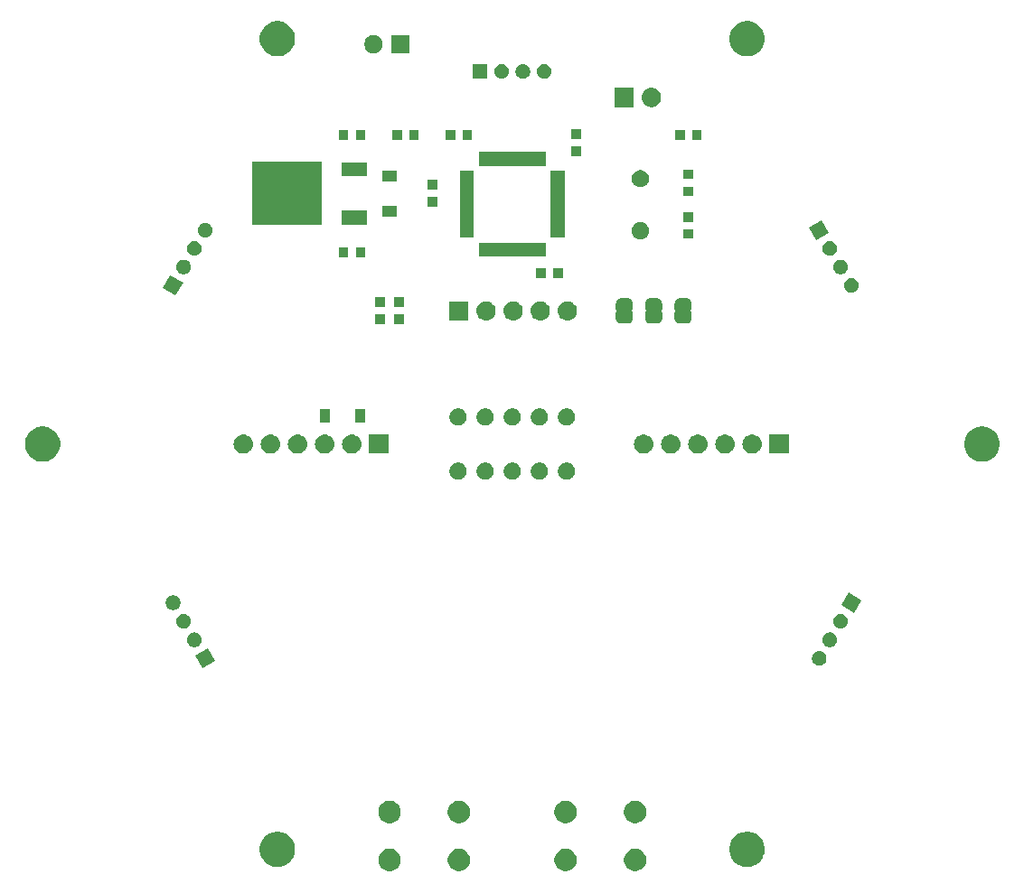
<source format=gts>
G04 #@! TF.GenerationSoftware,KiCad,Pcbnew,(5.0.2)-1*
G04 #@! TF.CreationDate,2020-05-05T14:41:23+09:00*
G04 #@! TF.ProjectId,Ground,47726f75-6e64-42e6-9b69-6361645f7063,rev?*
G04 #@! TF.SameCoordinates,Original*
G04 #@! TF.FileFunction,Soldermask,Top*
G04 #@! TF.FilePolarity,Negative*
%FSLAX46Y46*%
G04 Gerber Fmt 4.6, Leading zero omitted, Abs format (unit mm)*
G04 Created by KiCad (PCBNEW (5.0.2)-1) date 2020/05/05 14:41:23*
%MOMM*%
%LPD*%
G01*
G04 APERTURE LIST*
%ADD10C,0.100000*%
G04 APERTURE END LIST*
D10*
G36*
X125306565Y-142989389D02*
X125497834Y-143068615D01*
X125669976Y-143183637D01*
X125816363Y-143330024D01*
X125931385Y-143502166D01*
X126010611Y-143693435D01*
X126051000Y-143896484D01*
X126051000Y-144103516D01*
X126010611Y-144306565D01*
X125931385Y-144497834D01*
X125816363Y-144669976D01*
X125669976Y-144816363D01*
X125497834Y-144931385D01*
X125306565Y-145010611D01*
X125103516Y-145051000D01*
X124896484Y-145051000D01*
X124693435Y-145010611D01*
X124502166Y-144931385D01*
X124330024Y-144816363D01*
X124183637Y-144669976D01*
X124068615Y-144497834D01*
X123989389Y-144306565D01*
X123949000Y-144103516D01*
X123949000Y-143896484D01*
X123989389Y-143693435D01*
X124068615Y-143502166D01*
X124183637Y-143330024D01*
X124330024Y-143183637D01*
X124502166Y-143068615D01*
X124693435Y-142989389D01*
X124896484Y-142949000D01*
X125103516Y-142949000D01*
X125306565Y-142989389D01*
X125306565Y-142989389D01*
G37*
G36*
X135306565Y-142989389D02*
X135497834Y-143068615D01*
X135669976Y-143183637D01*
X135816363Y-143330024D01*
X135931385Y-143502166D01*
X136010611Y-143693435D01*
X136051000Y-143896484D01*
X136051000Y-144103516D01*
X136010611Y-144306565D01*
X135931385Y-144497834D01*
X135816363Y-144669976D01*
X135669976Y-144816363D01*
X135497834Y-144931385D01*
X135306565Y-145010611D01*
X135103516Y-145051000D01*
X134896484Y-145051000D01*
X134693435Y-145010611D01*
X134502166Y-144931385D01*
X134330024Y-144816363D01*
X134183637Y-144669976D01*
X134068615Y-144497834D01*
X133989389Y-144306565D01*
X133949000Y-144103516D01*
X133949000Y-143896484D01*
X133989389Y-143693435D01*
X134068615Y-143502166D01*
X134183637Y-143330024D01*
X134330024Y-143183637D01*
X134502166Y-143068615D01*
X134693435Y-142989389D01*
X134896484Y-142949000D01*
X135103516Y-142949000D01*
X135306565Y-142989389D01*
X135306565Y-142989389D01*
G37*
G36*
X141806565Y-142989389D02*
X141997834Y-143068615D01*
X142169976Y-143183637D01*
X142316363Y-143330024D01*
X142431385Y-143502166D01*
X142510611Y-143693435D01*
X142551000Y-143896484D01*
X142551000Y-144103516D01*
X142510611Y-144306565D01*
X142431385Y-144497834D01*
X142316363Y-144669976D01*
X142169976Y-144816363D01*
X141997834Y-144931385D01*
X141806565Y-145010611D01*
X141603516Y-145051000D01*
X141396484Y-145051000D01*
X141193435Y-145010611D01*
X141002166Y-144931385D01*
X140830024Y-144816363D01*
X140683637Y-144669976D01*
X140568615Y-144497834D01*
X140489389Y-144306565D01*
X140449000Y-144103516D01*
X140449000Y-143896484D01*
X140489389Y-143693435D01*
X140568615Y-143502166D01*
X140683637Y-143330024D01*
X140830024Y-143183637D01*
X141002166Y-143068615D01*
X141193435Y-142989389D01*
X141396484Y-142949000D01*
X141603516Y-142949000D01*
X141806565Y-142989389D01*
X141806565Y-142989389D01*
G37*
G36*
X118806565Y-142989389D02*
X118997834Y-143068615D01*
X119169976Y-143183637D01*
X119316363Y-143330024D01*
X119431385Y-143502166D01*
X119510611Y-143693435D01*
X119551000Y-143896484D01*
X119551000Y-144103516D01*
X119510611Y-144306565D01*
X119431385Y-144497834D01*
X119316363Y-144669976D01*
X119169976Y-144816363D01*
X118997834Y-144931385D01*
X118806565Y-145010611D01*
X118603516Y-145051000D01*
X118396484Y-145051000D01*
X118193435Y-145010611D01*
X118002166Y-144931385D01*
X117830024Y-144816363D01*
X117683637Y-144669976D01*
X117568615Y-144497834D01*
X117489389Y-144306565D01*
X117449000Y-144103516D01*
X117449000Y-143896484D01*
X117489389Y-143693435D01*
X117568615Y-143502166D01*
X117683637Y-143330024D01*
X117830024Y-143183637D01*
X118002166Y-143068615D01*
X118193435Y-142989389D01*
X118396484Y-142949000D01*
X118603516Y-142949000D01*
X118806565Y-142989389D01*
X118806565Y-142989389D01*
G37*
G36*
X152375256Y-141391298D02*
X152481579Y-141412447D01*
X152782042Y-141536903D01*
X153048852Y-141715180D01*
X153052454Y-141717587D01*
X153282413Y-141947546D01*
X153463098Y-142217960D01*
X153587553Y-142518422D01*
X153651000Y-142837389D01*
X153651000Y-143162611D01*
X153617699Y-143330024D01*
X153587553Y-143481579D01*
X153499799Y-143693435D01*
X153463098Y-143782040D01*
X153282413Y-144052454D01*
X153052454Y-144282413D01*
X153052451Y-144282415D01*
X152782042Y-144463097D01*
X152481579Y-144587553D01*
X152375256Y-144608702D01*
X152162611Y-144651000D01*
X151837389Y-144651000D01*
X151624744Y-144608702D01*
X151518421Y-144587553D01*
X151217958Y-144463097D01*
X150947549Y-144282415D01*
X150947546Y-144282413D01*
X150717587Y-144052454D01*
X150536902Y-143782040D01*
X150500201Y-143693435D01*
X150412447Y-143481579D01*
X150382301Y-143330024D01*
X150349000Y-143162611D01*
X150349000Y-142837389D01*
X150412447Y-142518422D01*
X150536902Y-142217960D01*
X150717587Y-141947546D01*
X150947546Y-141717587D01*
X150951148Y-141715180D01*
X151217958Y-141536903D01*
X151518421Y-141412447D01*
X151624744Y-141391298D01*
X151837389Y-141349000D01*
X152162611Y-141349000D01*
X152375256Y-141391298D01*
X152375256Y-141391298D01*
G37*
G36*
X108375256Y-141391298D02*
X108481579Y-141412447D01*
X108782042Y-141536903D01*
X109048852Y-141715180D01*
X109052454Y-141717587D01*
X109282413Y-141947546D01*
X109463098Y-142217960D01*
X109587553Y-142518422D01*
X109651000Y-142837389D01*
X109651000Y-143162611D01*
X109617699Y-143330024D01*
X109587553Y-143481579D01*
X109499799Y-143693435D01*
X109463098Y-143782040D01*
X109282413Y-144052454D01*
X109052454Y-144282413D01*
X109052451Y-144282415D01*
X108782042Y-144463097D01*
X108481579Y-144587553D01*
X108375256Y-144608702D01*
X108162611Y-144651000D01*
X107837389Y-144651000D01*
X107624744Y-144608702D01*
X107518421Y-144587553D01*
X107217958Y-144463097D01*
X106947549Y-144282415D01*
X106947546Y-144282413D01*
X106717587Y-144052454D01*
X106536902Y-143782040D01*
X106500201Y-143693435D01*
X106412447Y-143481579D01*
X106382301Y-143330024D01*
X106349000Y-143162611D01*
X106349000Y-142837389D01*
X106412447Y-142518422D01*
X106536902Y-142217960D01*
X106717587Y-141947546D01*
X106947546Y-141717587D01*
X106951148Y-141715180D01*
X107217958Y-141536903D01*
X107518421Y-141412447D01*
X107624744Y-141391298D01*
X107837389Y-141349000D01*
X108162611Y-141349000D01*
X108375256Y-141391298D01*
X108375256Y-141391298D01*
G37*
G36*
X135306565Y-138489389D02*
X135497834Y-138568615D01*
X135669976Y-138683637D01*
X135816363Y-138830024D01*
X135931385Y-139002166D01*
X136010611Y-139193435D01*
X136051000Y-139396484D01*
X136051000Y-139603516D01*
X136010611Y-139806565D01*
X135931385Y-139997834D01*
X135816363Y-140169976D01*
X135669976Y-140316363D01*
X135497834Y-140431385D01*
X135306565Y-140510611D01*
X135103516Y-140551000D01*
X134896484Y-140551000D01*
X134693435Y-140510611D01*
X134502166Y-140431385D01*
X134330024Y-140316363D01*
X134183637Y-140169976D01*
X134068615Y-139997834D01*
X133989389Y-139806565D01*
X133949000Y-139603516D01*
X133949000Y-139396484D01*
X133989389Y-139193435D01*
X134068615Y-139002166D01*
X134183637Y-138830024D01*
X134330024Y-138683637D01*
X134502166Y-138568615D01*
X134693435Y-138489389D01*
X134896484Y-138449000D01*
X135103516Y-138449000D01*
X135306565Y-138489389D01*
X135306565Y-138489389D01*
G37*
G36*
X118806565Y-138489389D02*
X118997834Y-138568615D01*
X119169976Y-138683637D01*
X119316363Y-138830024D01*
X119431385Y-139002166D01*
X119510611Y-139193435D01*
X119551000Y-139396484D01*
X119551000Y-139603516D01*
X119510611Y-139806565D01*
X119431385Y-139997834D01*
X119316363Y-140169976D01*
X119169976Y-140316363D01*
X118997834Y-140431385D01*
X118806565Y-140510611D01*
X118603516Y-140551000D01*
X118396484Y-140551000D01*
X118193435Y-140510611D01*
X118002166Y-140431385D01*
X117830024Y-140316363D01*
X117683637Y-140169976D01*
X117568615Y-139997834D01*
X117489389Y-139806565D01*
X117449000Y-139603516D01*
X117449000Y-139396484D01*
X117489389Y-139193435D01*
X117568615Y-139002166D01*
X117683637Y-138830024D01*
X117830024Y-138683637D01*
X118002166Y-138568615D01*
X118193435Y-138489389D01*
X118396484Y-138449000D01*
X118603516Y-138449000D01*
X118806565Y-138489389D01*
X118806565Y-138489389D01*
G37*
G36*
X125306565Y-138489389D02*
X125497834Y-138568615D01*
X125669976Y-138683637D01*
X125816363Y-138830024D01*
X125931385Y-139002166D01*
X126010611Y-139193435D01*
X126051000Y-139396484D01*
X126051000Y-139603516D01*
X126010611Y-139806565D01*
X125931385Y-139997834D01*
X125816363Y-140169976D01*
X125669976Y-140316363D01*
X125497834Y-140431385D01*
X125306565Y-140510611D01*
X125103516Y-140551000D01*
X124896484Y-140551000D01*
X124693435Y-140510611D01*
X124502166Y-140431385D01*
X124330024Y-140316363D01*
X124183637Y-140169976D01*
X124068615Y-139997834D01*
X123989389Y-139806565D01*
X123949000Y-139603516D01*
X123949000Y-139396484D01*
X123989389Y-139193435D01*
X124068615Y-139002166D01*
X124183637Y-138830024D01*
X124330024Y-138683637D01*
X124502166Y-138568615D01*
X124693435Y-138489389D01*
X124896484Y-138449000D01*
X125103516Y-138449000D01*
X125306565Y-138489389D01*
X125306565Y-138489389D01*
G37*
G36*
X141806565Y-138489389D02*
X141997834Y-138568615D01*
X142169976Y-138683637D01*
X142316363Y-138830024D01*
X142431385Y-139002166D01*
X142510611Y-139193435D01*
X142551000Y-139396484D01*
X142551000Y-139603516D01*
X142510611Y-139806565D01*
X142431385Y-139997834D01*
X142316363Y-140169976D01*
X142169976Y-140316363D01*
X141997834Y-140431385D01*
X141806565Y-140510611D01*
X141603516Y-140551000D01*
X141396484Y-140551000D01*
X141193435Y-140510611D01*
X141002166Y-140431385D01*
X140830024Y-140316363D01*
X140683637Y-140169976D01*
X140568615Y-139997834D01*
X140489389Y-139806565D01*
X140449000Y-139603516D01*
X140449000Y-139396484D01*
X140489389Y-139193435D01*
X140568615Y-139002166D01*
X140683637Y-138830024D01*
X140830024Y-138683637D01*
X141002166Y-138568615D01*
X141193435Y-138489389D01*
X141396484Y-138449000D01*
X141603516Y-138449000D01*
X141806565Y-138489389D01*
X141806565Y-138489389D01*
G37*
G36*
X102158349Y-125323885D02*
X100970161Y-126009885D01*
X100284161Y-124821697D01*
X101472349Y-124135697D01*
X102158349Y-125323885D01*
X102158349Y-125323885D01*
G37*
G36*
X158953947Y-124413213D02*
X159078789Y-124464924D01*
X159191152Y-124540003D01*
X159286697Y-124635548D01*
X159361776Y-124747911D01*
X159413487Y-124872753D01*
X159439849Y-125005284D01*
X159439849Y-125140418D01*
X159413487Y-125272949D01*
X159361776Y-125397791D01*
X159286697Y-125510154D01*
X159191152Y-125605699D01*
X159078789Y-125680778D01*
X158953947Y-125732489D01*
X158821416Y-125758851D01*
X158686282Y-125758851D01*
X158553751Y-125732489D01*
X158428909Y-125680778D01*
X158316546Y-125605699D01*
X158221001Y-125510154D01*
X158145922Y-125397791D01*
X158094211Y-125272949D01*
X158067849Y-125140418D01*
X158067849Y-125005284D01*
X158094211Y-124872753D01*
X158145922Y-124747911D01*
X158221001Y-124635548D01*
X158316546Y-124540003D01*
X158428909Y-124464924D01*
X158553751Y-124413213D01*
X158686282Y-124386851D01*
X158821416Y-124386851D01*
X158953947Y-124413213D01*
X158953947Y-124413213D01*
G37*
G36*
X100420489Y-122679846D02*
X100545331Y-122731557D01*
X100657694Y-122806636D01*
X100753239Y-122902181D01*
X100828318Y-123014544D01*
X100880029Y-123139386D01*
X100906391Y-123271917D01*
X100906391Y-123407051D01*
X100880029Y-123539582D01*
X100828318Y-123664424D01*
X100753239Y-123776787D01*
X100657694Y-123872332D01*
X100545331Y-123947411D01*
X100420489Y-123999122D01*
X100287958Y-124025484D01*
X100152824Y-124025484D01*
X100020293Y-123999122D01*
X99895451Y-123947411D01*
X99783088Y-123872332D01*
X99687543Y-123776787D01*
X99612464Y-123664424D01*
X99560753Y-123539582D01*
X99534391Y-123407051D01*
X99534391Y-123271917D01*
X99560753Y-123139386D01*
X99612464Y-123014544D01*
X99687543Y-122902181D01*
X99783088Y-122806636D01*
X99895451Y-122731557D01*
X100020293Y-122679846D01*
X100152824Y-122653484D01*
X100287958Y-122653484D01*
X100420489Y-122679846D01*
X100420489Y-122679846D01*
G37*
G36*
X159954707Y-122679846D02*
X160079549Y-122731557D01*
X160191912Y-122806636D01*
X160287457Y-122902181D01*
X160362536Y-123014544D01*
X160414247Y-123139386D01*
X160440609Y-123271917D01*
X160440609Y-123407051D01*
X160414247Y-123539582D01*
X160362536Y-123664424D01*
X160287457Y-123776787D01*
X160191912Y-123872332D01*
X160079549Y-123947411D01*
X159954707Y-123999122D01*
X159822176Y-124025484D01*
X159687042Y-124025484D01*
X159554511Y-123999122D01*
X159429669Y-123947411D01*
X159317306Y-123872332D01*
X159221761Y-123776787D01*
X159146682Y-123664424D01*
X159094971Y-123539582D01*
X159068609Y-123407051D01*
X159068609Y-123271917D01*
X159094971Y-123139386D01*
X159146682Y-123014544D01*
X159221761Y-122902181D01*
X159317306Y-122806636D01*
X159429669Y-122731557D01*
X159554511Y-122679846D01*
X159687042Y-122653484D01*
X159822176Y-122653484D01*
X159954707Y-122679846D01*
X159954707Y-122679846D01*
G37*
G36*
X99422269Y-120950878D02*
X99547111Y-121002589D01*
X99659474Y-121077668D01*
X99755019Y-121173213D01*
X99830098Y-121285576D01*
X99881809Y-121410418D01*
X99908171Y-121542949D01*
X99908171Y-121678083D01*
X99881809Y-121810614D01*
X99830098Y-121935456D01*
X99755019Y-122047819D01*
X99659474Y-122143364D01*
X99547111Y-122218443D01*
X99422269Y-122270154D01*
X99289738Y-122296516D01*
X99154604Y-122296516D01*
X99022073Y-122270154D01*
X98897231Y-122218443D01*
X98784868Y-122143364D01*
X98689323Y-122047819D01*
X98614244Y-121935456D01*
X98562533Y-121810614D01*
X98536171Y-121678083D01*
X98536171Y-121542949D01*
X98562533Y-121410418D01*
X98614244Y-121285576D01*
X98689323Y-121173213D01*
X98784868Y-121077668D01*
X98897231Y-121002589D01*
X99022073Y-120950878D01*
X99154604Y-120924516D01*
X99289738Y-120924516D01*
X99422269Y-120950878D01*
X99422269Y-120950878D01*
G37*
G36*
X160952927Y-120950878D02*
X161077769Y-121002589D01*
X161190132Y-121077668D01*
X161285677Y-121173213D01*
X161360756Y-121285576D01*
X161412467Y-121410418D01*
X161438829Y-121542949D01*
X161438829Y-121678083D01*
X161412467Y-121810614D01*
X161360756Y-121935456D01*
X161285677Y-122047819D01*
X161190132Y-122143364D01*
X161077769Y-122218443D01*
X160952927Y-122270154D01*
X160820396Y-122296516D01*
X160685262Y-122296516D01*
X160552731Y-122270154D01*
X160427889Y-122218443D01*
X160315526Y-122143364D01*
X160219981Y-122047819D01*
X160144902Y-121935456D01*
X160093191Y-121810614D01*
X160066829Y-121678083D01*
X160066829Y-121542949D01*
X160093191Y-121410418D01*
X160144902Y-121285576D01*
X160219981Y-121173213D01*
X160315526Y-121077668D01*
X160427889Y-121002589D01*
X160552731Y-120950878D01*
X160685262Y-120924516D01*
X160820396Y-120924516D01*
X160952927Y-120950878D01*
X160952927Y-120950878D01*
G37*
G36*
X162690579Y-119625995D02*
X162004579Y-120814183D01*
X160816391Y-120128183D01*
X161502391Y-118939995D01*
X162690579Y-119625995D01*
X162690579Y-119625995D01*
G37*
G36*
X98421509Y-119217511D02*
X98546351Y-119269222D01*
X98658714Y-119344301D01*
X98754259Y-119439846D01*
X98829338Y-119552209D01*
X98881049Y-119677051D01*
X98907411Y-119809582D01*
X98907411Y-119944716D01*
X98881049Y-120077247D01*
X98829338Y-120202089D01*
X98754259Y-120314452D01*
X98658714Y-120409997D01*
X98546351Y-120485076D01*
X98421509Y-120536787D01*
X98288978Y-120563149D01*
X98153844Y-120563149D01*
X98021313Y-120536787D01*
X97896471Y-120485076D01*
X97784108Y-120409997D01*
X97688563Y-120314452D01*
X97613484Y-120202089D01*
X97561773Y-120077247D01*
X97535411Y-119944716D01*
X97535411Y-119809582D01*
X97561773Y-119677051D01*
X97613484Y-119552209D01*
X97688563Y-119439846D01*
X97784108Y-119344301D01*
X97896471Y-119269222D01*
X98021313Y-119217511D01*
X98153844Y-119191149D01*
X98288978Y-119191149D01*
X98421509Y-119217511D01*
X98421509Y-119217511D01*
G37*
G36*
X132777142Y-106758242D02*
X132925102Y-106819530D01*
X133058258Y-106908502D01*
X133171498Y-107021742D01*
X133260470Y-107154898D01*
X133321758Y-107302858D01*
X133353000Y-107459925D01*
X133353000Y-107620075D01*
X133321758Y-107777142D01*
X133260470Y-107925102D01*
X133171498Y-108058258D01*
X133058258Y-108171498D01*
X132925102Y-108260470D01*
X132777142Y-108321758D01*
X132620075Y-108353000D01*
X132459925Y-108353000D01*
X132302858Y-108321758D01*
X132154898Y-108260470D01*
X132021742Y-108171498D01*
X131908502Y-108058258D01*
X131819530Y-107925102D01*
X131758242Y-107777142D01*
X131727000Y-107620075D01*
X131727000Y-107459925D01*
X131758242Y-107302858D01*
X131819530Y-107154898D01*
X131908502Y-107021742D01*
X132021742Y-106908502D01*
X132154898Y-106819530D01*
X132302858Y-106758242D01*
X132459925Y-106727000D01*
X132620075Y-106727000D01*
X132777142Y-106758242D01*
X132777142Y-106758242D01*
G37*
G36*
X130237142Y-106758242D02*
X130385102Y-106819530D01*
X130518258Y-106908502D01*
X130631498Y-107021742D01*
X130720470Y-107154898D01*
X130781758Y-107302858D01*
X130813000Y-107459925D01*
X130813000Y-107620075D01*
X130781758Y-107777142D01*
X130720470Y-107925102D01*
X130631498Y-108058258D01*
X130518258Y-108171498D01*
X130385102Y-108260470D01*
X130237142Y-108321758D01*
X130080075Y-108353000D01*
X129919925Y-108353000D01*
X129762858Y-108321758D01*
X129614898Y-108260470D01*
X129481742Y-108171498D01*
X129368502Y-108058258D01*
X129279530Y-107925102D01*
X129218242Y-107777142D01*
X129187000Y-107620075D01*
X129187000Y-107459925D01*
X129218242Y-107302858D01*
X129279530Y-107154898D01*
X129368502Y-107021742D01*
X129481742Y-106908502D01*
X129614898Y-106819530D01*
X129762858Y-106758242D01*
X129919925Y-106727000D01*
X130080075Y-106727000D01*
X130237142Y-106758242D01*
X130237142Y-106758242D01*
G37*
G36*
X127697142Y-106758242D02*
X127845102Y-106819530D01*
X127978258Y-106908502D01*
X128091498Y-107021742D01*
X128180470Y-107154898D01*
X128241758Y-107302858D01*
X128273000Y-107459925D01*
X128273000Y-107620075D01*
X128241758Y-107777142D01*
X128180470Y-107925102D01*
X128091498Y-108058258D01*
X127978258Y-108171498D01*
X127845102Y-108260470D01*
X127697142Y-108321758D01*
X127540075Y-108353000D01*
X127379925Y-108353000D01*
X127222858Y-108321758D01*
X127074898Y-108260470D01*
X126941742Y-108171498D01*
X126828502Y-108058258D01*
X126739530Y-107925102D01*
X126678242Y-107777142D01*
X126647000Y-107620075D01*
X126647000Y-107459925D01*
X126678242Y-107302858D01*
X126739530Y-107154898D01*
X126828502Y-107021742D01*
X126941742Y-106908502D01*
X127074898Y-106819530D01*
X127222858Y-106758242D01*
X127379925Y-106727000D01*
X127540075Y-106727000D01*
X127697142Y-106758242D01*
X127697142Y-106758242D01*
G37*
G36*
X125157142Y-106758242D02*
X125305102Y-106819530D01*
X125438258Y-106908502D01*
X125551498Y-107021742D01*
X125640470Y-107154898D01*
X125701758Y-107302858D01*
X125733000Y-107459925D01*
X125733000Y-107620075D01*
X125701758Y-107777142D01*
X125640470Y-107925102D01*
X125551498Y-108058258D01*
X125438258Y-108171498D01*
X125305102Y-108260470D01*
X125157142Y-108321758D01*
X125000075Y-108353000D01*
X124839925Y-108353000D01*
X124682858Y-108321758D01*
X124534898Y-108260470D01*
X124401742Y-108171498D01*
X124288502Y-108058258D01*
X124199530Y-107925102D01*
X124138242Y-107777142D01*
X124107000Y-107620075D01*
X124107000Y-107459925D01*
X124138242Y-107302858D01*
X124199530Y-107154898D01*
X124288502Y-107021742D01*
X124401742Y-106908502D01*
X124534898Y-106819530D01*
X124682858Y-106758242D01*
X124839925Y-106727000D01*
X125000075Y-106727000D01*
X125157142Y-106758242D01*
X125157142Y-106758242D01*
G37*
G36*
X135317142Y-106758242D02*
X135465102Y-106819530D01*
X135598258Y-106908502D01*
X135711498Y-107021742D01*
X135800470Y-107154898D01*
X135861758Y-107302858D01*
X135893000Y-107459925D01*
X135893000Y-107620075D01*
X135861758Y-107777142D01*
X135800470Y-107925102D01*
X135711498Y-108058258D01*
X135598258Y-108171498D01*
X135465102Y-108260470D01*
X135317142Y-108321758D01*
X135160075Y-108353000D01*
X134999925Y-108353000D01*
X134842858Y-108321758D01*
X134694898Y-108260470D01*
X134561742Y-108171498D01*
X134448502Y-108058258D01*
X134359530Y-107925102D01*
X134298242Y-107777142D01*
X134267000Y-107620075D01*
X134267000Y-107459925D01*
X134298242Y-107302858D01*
X134359530Y-107154898D01*
X134448502Y-107021742D01*
X134561742Y-106908502D01*
X134694898Y-106819530D01*
X134842858Y-106758242D01*
X134999925Y-106727000D01*
X135160075Y-106727000D01*
X135317142Y-106758242D01*
X135317142Y-106758242D01*
G37*
G36*
X174375256Y-103391298D02*
X174481579Y-103412447D01*
X174782042Y-103536903D01*
X175048852Y-103715180D01*
X175052454Y-103717587D01*
X175282413Y-103947546D01*
X175282415Y-103947549D01*
X175463097Y-104217958D01*
X175587553Y-104518421D01*
X175651000Y-104837391D01*
X175651000Y-105162609D01*
X175587553Y-105481579D01*
X175463097Y-105782042D01*
X175284820Y-106048852D01*
X175282413Y-106052454D01*
X175052454Y-106282413D01*
X175052451Y-106282415D01*
X174782042Y-106463097D01*
X174481579Y-106587553D01*
X174375256Y-106608702D01*
X174162611Y-106651000D01*
X173837389Y-106651000D01*
X173624744Y-106608702D01*
X173518421Y-106587553D01*
X173217958Y-106463097D01*
X172947549Y-106282415D01*
X172947546Y-106282413D01*
X172717587Y-106052454D01*
X172715180Y-106048852D01*
X172536903Y-105782042D01*
X172412447Y-105481579D01*
X172349000Y-105162609D01*
X172349000Y-104837391D01*
X172412447Y-104518421D01*
X172536903Y-104217958D01*
X172717585Y-103947549D01*
X172717587Y-103947546D01*
X172947546Y-103717587D01*
X172951148Y-103715180D01*
X173217958Y-103536903D01*
X173518421Y-103412447D01*
X173624744Y-103391298D01*
X173837389Y-103349000D01*
X174162611Y-103349000D01*
X174375256Y-103391298D01*
X174375256Y-103391298D01*
G37*
G36*
X86375256Y-103391298D02*
X86481579Y-103412447D01*
X86782042Y-103536903D01*
X87048852Y-103715180D01*
X87052454Y-103717587D01*
X87282413Y-103947546D01*
X87282415Y-103947549D01*
X87463097Y-104217958D01*
X87587553Y-104518421D01*
X87651000Y-104837391D01*
X87651000Y-105162609D01*
X87587553Y-105481579D01*
X87463097Y-105782042D01*
X87284820Y-106048852D01*
X87282413Y-106052454D01*
X87052454Y-106282413D01*
X87052451Y-106282415D01*
X86782042Y-106463097D01*
X86481579Y-106587553D01*
X86375256Y-106608702D01*
X86162611Y-106651000D01*
X85837389Y-106651000D01*
X85624744Y-106608702D01*
X85518421Y-106587553D01*
X85217958Y-106463097D01*
X84947549Y-106282415D01*
X84947546Y-106282413D01*
X84717587Y-106052454D01*
X84715180Y-106048852D01*
X84536903Y-105782042D01*
X84412447Y-105481579D01*
X84349000Y-105162609D01*
X84349000Y-104837391D01*
X84412447Y-104518421D01*
X84536903Y-104217958D01*
X84717585Y-103947549D01*
X84717587Y-103947546D01*
X84947546Y-103717587D01*
X84951148Y-103715180D01*
X85217958Y-103536903D01*
X85518421Y-103412447D01*
X85624744Y-103391298D01*
X85837389Y-103349000D01*
X86162611Y-103349000D01*
X86375256Y-103391298D01*
X86375256Y-103391298D01*
G37*
G36*
X104910442Y-104105518D02*
X104976627Y-104112037D01*
X105089853Y-104146384D01*
X105146467Y-104163557D01*
X105248246Y-104217960D01*
X105302991Y-104247222D01*
X105338729Y-104276552D01*
X105440186Y-104359814D01*
X105523448Y-104461271D01*
X105552778Y-104497009D01*
X105552779Y-104497011D01*
X105636443Y-104653533D01*
X105636443Y-104653534D01*
X105687963Y-104823373D01*
X105705359Y-105000000D01*
X105687963Y-105176627D01*
X105653616Y-105289853D01*
X105636443Y-105346467D01*
X105564224Y-105481578D01*
X105552778Y-105502991D01*
X105523448Y-105538729D01*
X105440186Y-105640186D01*
X105338729Y-105723448D01*
X105302991Y-105752778D01*
X105302989Y-105752779D01*
X105146467Y-105836443D01*
X105089853Y-105853616D01*
X104976627Y-105887963D01*
X104910442Y-105894482D01*
X104844260Y-105901000D01*
X104755740Y-105901000D01*
X104689558Y-105894482D01*
X104623373Y-105887963D01*
X104510147Y-105853616D01*
X104453533Y-105836443D01*
X104297011Y-105752779D01*
X104297009Y-105752778D01*
X104261271Y-105723448D01*
X104159814Y-105640186D01*
X104076552Y-105538729D01*
X104047222Y-105502991D01*
X104035776Y-105481578D01*
X103963557Y-105346467D01*
X103946384Y-105289853D01*
X103912037Y-105176627D01*
X103894641Y-105000000D01*
X103912037Y-104823373D01*
X103963557Y-104653534D01*
X103963557Y-104653533D01*
X104047221Y-104497011D01*
X104047222Y-104497009D01*
X104076552Y-104461271D01*
X104159814Y-104359814D01*
X104261271Y-104276552D01*
X104297009Y-104247222D01*
X104351754Y-104217960D01*
X104453533Y-104163557D01*
X104510147Y-104146384D01*
X104623373Y-104112037D01*
X104689558Y-104105518D01*
X104755740Y-104099000D01*
X104844260Y-104099000D01*
X104910442Y-104105518D01*
X104910442Y-104105518D01*
G37*
G36*
X107450442Y-104105518D02*
X107516627Y-104112037D01*
X107629853Y-104146384D01*
X107686467Y-104163557D01*
X107788246Y-104217960D01*
X107842991Y-104247222D01*
X107878729Y-104276552D01*
X107980186Y-104359814D01*
X108063448Y-104461271D01*
X108092778Y-104497009D01*
X108092779Y-104497011D01*
X108176443Y-104653533D01*
X108176443Y-104653534D01*
X108227963Y-104823373D01*
X108245359Y-105000000D01*
X108227963Y-105176627D01*
X108193616Y-105289853D01*
X108176443Y-105346467D01*
X108104224Y-105481578D01*
X108092778Y-105502991D01*
X108063448Y-105538729D01*
X107980186Y-105640186D01*
X107878729Y-105723448D01*
X107842991Y-105752778D01*
X107842989Y-105752779D01*
X107686467Y-105836443D01*
X107629853Y-105853616D01*
X107516627Y-105887963D01*
X107450442Y-105894482D01*
X107384260Y-105901000D01*
X107295740Y-105901000D01*
X107229558Y-105894482D01*
X107163373Y-105887963D01*
X107050147Y-105853616D01*
X106993533Y-105836443D01*
X106837011Y-105752779D01*
X106837009Y-105752778D01*
X106801271Y-105723448D01*
X106699814Y-105640186D01*
X106616552Y-105538729D01*
X106587222Y-105502991D01*
X106575776Y-105481578D01*
X106503557Y-105346467D01*
X106486384Y-105289853D01*
X106452037Y-105176627D01*
X106434641Y-105000000D01*
X106452037Y-104823373D01*
X106503557Y-104653534D01*
X106503557Y-104653533D01*
X106587221Y-104497011D01*
X106587222Y-104497009D01*
X106616552Y-104461271D01*
X106699814Y-104359814D01*
X106801271Y-104276552D01*
X106837009Y-104247222D01*
X106891754Y-104217960D01*
X106993533Y-104163557D01*
X107050147Y-104146384D01*
X107163373Y-104112037D01*
X107229558Y-104105518D01*
X107295740Y-104099000D01*
X107384260Y-104099000D01*
X107450442Y-104105518D01*
X107450442Y-104105518D01*
G37*
G36*
X150030442Y-104105518D02*
X150096627Y-104112037D01*
X150209853Y-104146384D01*
X150266467Y-104163557D01*
X150368246Y-104217960D01*
X150422991Y-104247222D01*
X150458729Y-104276552D01*
X150560186Y-104359814D01*
X150643448Y-104461271D01*
X150672778Y-104497009D01*
X150672779Y-104497011D01*
X150756443Y-104653533D01*
X150756443Y-104653534D01*
X150807963Y-104823373D01*
X150825359Y-105000000D01*
X150807963Y-105176627D01*
X150773616Y-105289853D01*
X150756443Y-105346467D01*
X150684224Y-105481578D01*
X150672778Y-105502991D01*
X150643448Y-105538729D01*
X150560186Y-105640186D01*
X150458729Y-105723448D01*
X150422991Y-105752778D01*
X150422989Y-105752779D01*
X150266467Y-105836443D01*
X150209853Y-105853616D01*
X150096627Y-105887963D01*
X150030442Y-105894482D01*
X149964260Y-105901000D01*
X149875740Y-105901000D01*
X149809558Y-105894482D01*
X149743373Y-105887963D01*
X149630147Y-105853616D01*
X149573533Y-105836443D01*
X149417011Y-105752779D01*
X149417009Y-105752778D01*
X149381271Y-105723448D01*
X149279814Y-105640186D01*
X149196552Y-105538729D01*
X149167222Y-105502991D01*
X149155776Y-105481578D01*
X149083557Y-105346467D01*
X149066384Y-105289853D01*
X149032037Y-105176627D01*
X149014641Y-105000000D01*
X149032037Y-104823373D01*
X149083557Y-104653534D01*
X149083557Y-104653533D01*
X149167221Y-104497011D01*
X149167222Y-104497009D01*
X149196552Y-104461271D01*
X149279814Y-104359814D01*
X149381271Y-104276552D01*
X149417009Y-104247222D01*
X149471754Y-104217960D01*
X149573533Y-104163557D01*
X149630147Y-104146384D01*
X149743373Y-104112037D01*
X149809558Y-104105518D01*
X149875740Y-104099000D01*
X149964260Y-104099000D01*
X150030442Y-104105518D01*
X150030442Y-104105518D01*
G37*
G36*
X109990442Y-104105518D02*
X110056627Y-104112037D01*
X110169853Y-104146384D01*
X110226467Y-104163557D01*
X110328246Y-104217960D01*
X110382991Y-104247222D01*
X110418729Y-104276552D01*
X110520186Y-104359814D01*
X110603448Y-104461271D01*
X110632778Y-104497009D01*
X110632779Y-104497011D01*
X110716443Y-104653533D01*
X110716443Y-104653534D01*
X110767963Y-104823373D01*
X110785359Y-105000000D01*
X110767963Y-105176627D01*
X110733616Y-105289853D01*
X110716443Y-105346467D01*
X110644224Y-105481578D01*
X110632778Y-105502991D01*
X110603448Y-105538729D01*
X110520186Y-105640186D01*
X110418729Y-105723448D01*
X110382991Y-105752778D01*
X110382989Y-105752779D01*
X110226467Y-105836443D01*
X110169853Y-105853616D01*
X110056627Y-105887963D01*
X109990442Y-105894482D01*
X109924260Y-105901000D01*
X109835740Y-105901000D01*
X109769558Y-105894482D01*
X109703373Y-105887963D01*
X109590147Y-105853616D01*
X109533533Y-105836443D01*
X109377011Y-105752779D01*
X109377009Y-105752778D01*
X109341271Y-105723448D01*
X109239814Y-105640186D01*
X109156552Y-105538729D01*
X109127222Y-105502991D01*
X109115776Y-105481578D01*
X109043557Y-105346467D01*
X109026384Y-105289853D01*
X108992037Y-105176627D01*
X108974641Y-105000000D01*
X108992037Y-104823373D01*
X109043557Y-104653534D01*
X109043557Y-104653533D01*
X109127221Y-104497011D01*
X109127222Y-104497009D01*
X109156552Y-104461271D01*
X109239814Y-104359814D01*
X109341271Y-104276552D01*
X109377009Y-104247222D01*
X109431754Y-104217960D01*
X109533533Y-104163557D01*
X109590147Y-104146384D01*
X109703373Y-104112037D01*
X109769558Y-104105518D01*
X109835740Y-104099000D01*
X109924260Y-104099000D01*
X109990442Y-104105518D01*
X109990442Y-104105518D01*
G37*
G36*
X112530442Y-104105518D02*
X112596627Y-104112037D01*
X112709853Y-104146384D01*
X112766467Y-104163557D01*
X112868246Y-104217960D01*
X112922991Y-104247222D01*
X112958729Y-104276552D01*
X113060186Y-104359814D01*
X113143448Y-104461271D01*
X113172778Y-104497009D01*
X113172779Y-104497011D01*
X113256443Y-104653533D01*
X113256443Y-104653534D01*
X113307963Y-104823373D01*
X113325359Y-105000000D01*
X113307963Y-105176627D01*
X113273616Y-105289853D01*
X113256443Y-105346467D01*
X113184224Y-105481578D01*
X113172778Y-105502991D01*
X113143448Y-105538729D01*
X113060186Y-105640186D01*
X112958729Y-105723448D01*
X112922991Y-105752778D01*
X112922989Y-105752779D01*
X112766467Y-105836443D01*
X112709853Y-105853616D01*
X112596627Y-105887963D01*
X112530442Y-105894482D01*
X112464260Y-105901000D01*
X112375740Y-105901000D01*
X112309558Y-105894482D01*
X112243373Y-105887963D01*
X112130147Y-105853616D01*
X112073533Y-105836443D01*
X111917011Y-105752779D01*
X111917009Y-105752778D01*
X111881271Y-105723448D01*
X111779814Y-105640186D01*
X111696552Y-105538729D01*
X111667222Y-105502991D01*
X111655776Y-105481578D01*
X111583557Y-105346467D01*
X111566384Y-105289853D01*
X111532037Y-105176627D01*
X111514641Y-105000000D01*
X111532037Y-104823373D01*
X111583557Y-104653534D01*
X111583557Y-104653533D01*
X111667221Y-104497011D01*
X111667222Y-104497009D01*
X111696552Y-104461271D01*
X111779814Y-104359814D01*
X111881271Y-104276552D01*
X111917009Y-104247222D01*
X111971754Y-104217960D01*
X112073533Y-104163557D01*
X112130147Y-104146384D01*
X112243373Y-104112037D01*
X112309558Y-104105518D01*
X112375740Y-104099000D01*
X112464260Y-104099000D01*
X112530442Y-104105518D01*
X112530442Y-104105518D01*
G37*
G36*
X118401000Y-105901000D02*
X116599000Y-105901000D01*
X116599000Y-104099000D01*
X118401000Y-104099000D01*
X118401000Y-105901000D01*
X118401000Y-105901000D01*
G37*
G36*
X142410442Y-104105518D02*
X142476627Y-104112037D01*
X142589853Y-104146384D01*
X142646467Y-104163557D01*
X142748246Y-104217960D01*
X142802991Y-104247222D01*
X142838729Y-104276552D01*
X142940186Y-104359814D01*
X143023448Y-104461271D01*
X143052778Y-104497009D01*
X143052779Y-104497011D01*
X143136443Y-104653533D01*
X143136443Y-104653534D01*
X143187963Y-104823373D01*
X143205359Y-105000000D01*
X143187963Y-105176627D01*
X143153616Y-105289853D01*
X143136443Y-105346467D01*
X143064224Y-105481578D01*
X143052778Y-105502991D01*
X143023448Y-105538729D01*
X142940186Y-105640186D01*
X142838729Y-105723448D01*
X142802991Y-105752778D01*
X142802989Y-105752779D01*
X142646467Y-105836443D01*
X142589853Y-105853616D01*
X142476627Y-105887963D01*
X142410442Y-105894482D01*
X142344260Y-105901000D01*
X142255740Y-105901000D01*
X142189558Y-105894482D01*
X142123373Y-105887963D01*
X142010147Y-105853616D01*
X141953533Y-105836443D01*
X141797011Y-105752779D01*
X141797009Y-105752778D01*
X141761271Y-105723448D01*
X141659814Y-105640186D01*
X141576552Y-105538729D01*
X141547222Y-105502991D01*
X141535776Y-105481578D01*
X141463557Y-105346467D01*
X141446384Y-105289853D01*
X141412037Y-105176627D01*
X141394641Y-105000000D01*
X141412037Y-104823373D01*
X141463557Y-104653534D01*
X141463557Y-104653533D01*
X141547221Y-104497011D01*
X141547222Y-104497009D01*
X141576552Y-104461271D01*
X141659814Y-104359814D01*
X141761271Y-104276552D01*
X141797009Y-104247222D01*
X141851754Y-104217960D01*
X141953533Y-104163557D01*
X142010147Y-104146384D01*
X142123373Y-104112037D01*
X142189558Y-104105518D01*
X142255740Y-104099000D01*
X142344260Y-104099000D01*
X142410442Y-104105518D01*
X142410442Y-104105518D01*
G37*
G36*
X155901000Y-105901000D02*
X154099000Y-105901000D01*
X154099000Y-104099000D01*
X155901000Y-104099000D01*
X155901000Y-105901000D01*
X155901000Y-105901000D01*
G37*
G36*
X152570442Y-104105518D02*
X152636627Y-104112037D01*
X152749853Y-104146384D01*
X152806467Y-104163557D01*
X152908246Y-104217960D01*
X152962991Y-104247222D01*
X152998729Y-104276552D01*
X153100186Y-104359814D01*
X153183448Y-104461271D01*
X153212778Y-104497009D01*
X153212779Y-104497011D01*
X153296443Y-104653533D01*
X153296443Y-104653534D01*
X153347963Y-104823373D01*
X153365359Y-105000000D01*
X153347963Y-105176627D01*
X153313616Y-105289853D01*
X153296443Y-105346467D01*
X153224224Y-105481578D01*
X153212778Y-105502991D01*
X153183448Y-105538729D01*
X153100186Y-105640186D01*
X152998729Y-105723448D01*
X152962991Y-105752778D01*
X152962989Y-105752779D01*
X152806467Y-105836443D01*
X152749853Y-105853616D01*
X152636627Y-105887963D01*
X152570442Y-105894482D01*
X152504260Y-105901000D01*
X152415740Y-105901000D01*
X152349558Y-105894482D01*
X152283373Y-105887963D01*
X152170147Y-105853616D01*
X152113533Y-105836443D01*
X151957011Y-105752779D01*
X151957009Y-105752778D01*
X151921271Y-105723448D01*
X151819814Y-105640186D01*
X151736552Y-105538729D01*
X151707222Y-105502991D01*
X151695776Y-105481578D01*
X151623557Y-105346467D01*
X151606384Y-105289853D01*
X151572037Y-105176627D01*
X151554641Y-105000000D01*
X151572037Y-104823373D01*
X151623557Y-104653534D01*
X151623557Y-104653533D01*
X151707221Y-104497011D01*
X151707222Y-104497009D01*
X151736552Y-104461271D01*
X151819814Y-104359814D01*
X151921271Y-104276552D01*
X151957009Y-104247222D01*
X152011754Y-104217960D01*
X152113533Y-104163557D01*
X152170147Y-104146384D01*
X152283373Y-104112037D01*
X152349558Y-104105518D01*
X152415740Y-104099000D01*
X152504260Y-104099000D01*
X152570442Y-104105518D01*
X152570442Y-104105518D01*
G37*
G36*
X147490442Y-104105518D02*
X147556627Y-104112037D01*
X147669853Y-104146384D01*
X147726467Y-104163557D01*
X147828246Y-104217960D01*
X147882991Y-104247222D01*
X147918729Y-104276552D01*
X148020186Y-104359814D01*
X148103448Y-104461271D01*
X148132778Y-104497009D01*
X148132779Y-104497011D01*
X148216443Y-104653533D01*
X148216443Y-104653534D01*
X148267963Y-104823373D01*
X148285359Y-105000000D01*
X148267963Y-105176627D01*
X148233616Y-105289853D01*
X148216443Y-105346467D01*
X148144224Y-105481578D01*
X148132778Y-105502991D01*
X148103448Y-105538729D01*
X148020186Y-105640186D01*
X147918729Y-105723448D01*
X147882991Y-105752778D01*
X147882989Y-105752779D01*
X147726467Y-105836443D01*
X147669853Y-105853616D01*
X147556627Y-105887963D01*
X147490442Y-105894482D01*
X147424260Y-105901000D01*
X147335740Y-105901000D01*
X147269558Y-105894482D01*
X147203373Y-105887963D01*
X147090147Y-105853616D01*
X147033533Y-105836443D01*
X146877011Y-105752779D01*
X146877009Y-105752778D01*
X146841271Y-105723448D01*
X146739814Y-105640186D01*
X146656552Y-105538729D01*
X146627222Y-105502991D01*
X146615776Y-105481578D01*
X146543557Y-105346467D01*
X146526384Y-105289853D01*
X146492037Y-105176627D01*
X146474641Y-105000000D01*
X146492037Y-104823373D01*
X146543557Y-104653534D01*
X146543557Y-104653533D01*
X146627221Y-104497011D01*
X146627222Y-104497009D01*
X146656552Y-104461271D01*
X146739814Y-104359814D01*
X146841271Y-104276552D01*
X146877009Y-104247222D01*
X146931754Y-104217960D01*
X147033533Y-104163557D01*
X147090147Y-104146384D01*
X147203373Y-104112037D01*
X147269558Y-104105518D01*
X147335740Y-104099000D01*
X147424260Y-104099000D01*
X147490442Y-104105518D01*
X147490442Y-104105518D01*
G37*
G36*
X144950442Y-104105518D02*
X145016627Y-104112037D01*
X145129853Y-104146384D01*
X145186467Y-104163557D01*
X145288246Y-104217960D01*
X145342991Y-104247222D01*
X145378729Y-104276552D01*
X145480186Y-104359814D01*
X145563448Y-104461271D01*
X145592778Y-104497009D01*
X145592779Y-104497011D01*
X145676443Y-104653533D01*
X145676443Y-104653534D01*
X145727963Y-104823373D01*
X145745359Y-105000000D01*
X145727963Y-105176627D01*
X145693616Y-105289853D01*
X145676443Y-105346467D01*
X145604224Y-105481578D01*
X145592778Y-105502991D01*
X145563448Y-105538729D01*
X145480186Y-105640186D01*
X145378729Y-105723448D01*
X145342991Y-105752778D01*
X145342989Y-105752779D01*
X145186467Y-105836443D01*
X145129853Y-105853616D01*
X145016627Y-105887963D01*
X144950442Y-105894482D01*
X144884260Y-105901000D01*
X144795740Y-105901000D01*
X144729558Y-105894482D01*
X144663373Y-105887963D01*
X144550147Y-105853616D01*
X144493533Y-105836443D01*
X144337011Y-105752779D01*
X144337009Y-105752778D01*
X144301271Y-105723448D01*
X144199814Y-105640186D01*
X144116552Y-105538729D01*
X144087222Y-105502991D01*
X144075776Y-105481578D01*
X144003557Y-105346467D01*
X143986384Y-105289853D01*
X143952037Y-105176627D01*
X143934641Y-105000000D01*
X143952037Y-104823373D01*
X144003557Y-104653534D01*
X144003557Y-104653533D01*
X144087221Y-104497011D01*
X144087222Y-104497009D01*
X144116552Y-104461271D01*
X144199814Y-104359814D01*
X144301271Y-104276552D01*
X144337009Y-104247222D01*
X144391754Y-104217960D01*
X144493533Y-104163557D01*
X144550147Y-104146384D01*
X144663373Y-104112037D01*
X144729558Y-104105518D01*
X144795740Y-104099000D01*
X144884260Y-104099000D01*
X144950442Y-104105518D01*
X144950442Y-104105518D01*
G37*
G36*
X115070442Y-104105518D02*
X115136627Y-104112037D01*
X115249853Y-104146384D01*
X115306467Y-104163557D01*
X115408246Y-104217960D01*
X115462991Y-104247222D01*
X115498729Y-104276552D01*
X115600186Y-104359814D01*
X115683448Y-104461271D01*
X115712778Y-104497009D01*
X115712779Y-104497011D01*
X115796443Y-104653533D01*
X115796443Y-104653534D01*
X115847963Y-104823373D01*
X115865359Y-105000000D01*
X115847963Y-105176627D01*
X115813616Y-105289853D01*
X115796443Y-105346467D01*
X115724224Y-105481578D01*
X115712778Y-105502991D01*
X115683448Y-105538729D01*
X115600186Y-105640186D01*
X115498729Y-105723448D01*
X115462991Y-105752778D01*
X115462989Y-105752779D01*
X115306467Y-105836443D01*
X115249853Y-105853616D01*
X115136627Y-105887963D01*
X115070442Y-105894482D01*
X115004260Y-105901000D01*
X114915740Y-105901000D01*
X114849558Y-105894482D01*
X114783373Y-105887963D01*
X114670147Y-105853616D01*
X114613533Y-105836443D01*
X114457011Y-105752779D01*
X114457009Y-105752778D01*
X114421271Y-105723448D01*
X114319814Y-105640186D01*
X114236552Y-105538729D01*
X114207222Y-105502991D01*
X114195776Y-105481578D01*
X114123557Y-105346467D01*
X114106384Y-105289853D01*
X114072037Y-105176627D01*
X114054641Y-105000000D01*
X114072037Y-104823373D01*
X114123557Y-104653534D01*
X114123557Y-104653533D01*
X114207221Y-104497011D01*
X114207222Y-104497009D01*
X114236552Y-104461271D01*
X114319814Y-104359814D01*
X114421271Y-104276552D01*
X114457009Y-104247222D01*
X114511754Y-104217960D01*
X114613533Y-104163557D01*
X114670147Y-104146384D01*
X114783373Y-104112037D01*
X114849558Y-104105518D01*
X114915740Y-104099000D01*
X115004260Y-104099000D01*
X115070442Y-104105518D01*
X115070442Y-104105518D01*
G37*
G36*
X130237142Y-101678242D02*
X130385102Y-101739530D01*
X130518258Y-101828502D01*
X130631498Y-101941742D01*
X130720470Y-102074898D01*
X130781758Y-102222858D01*
X130813000Y-102379925D01*
X130813000Y-102540075D01*
X130781758Y-102697142D01*
X130720470Y-102845102D01*
X130631498Y-102978258D01*
X130518258Y-103091498D01*
X130385102Y-103180470D01*
X130237142Y-103241758D01*
X130080075Y-103273000D01*
X129919925Y-103273000D01*
X129762858Y-103241758D01*
X129614898Y-103180470D01*
X129481742Y-103091498D01*
X129368502Y-102978258D01*
X129279530Y-102845102D01*
X129218242Y-102697142D01*
X129187000Y-102540075D01*
X129187000Y-102379925D01*
X129218242Y-102222858D01*
X129279530Y-102074898D01*
X129368502Y-101941742D01*
X129481742Y-101828502D01*
X129614898Y-101739530D01*
X129762858Y-101678242D01*
X129919925Y-101647000D01*
X130080075Y-101647000D01*
X130237142Y-101678242D01*
X130237142Y-101678242D01*
G37*
G36*
X125157142Y-101678242D02*
X125305102Y-101739530D01*
X125438258Y-101828502D01*
X125551498Y-101941742D01*
X125640470Y-102074898D01*
X125701758Y-102222858D01*
X125733000Y-102379925D01*
X125733000Y-102540075D01*
X125701758Y-102697142D01*
X125640470Y-102845102D01*
X125551498Y-102978258D01*
X125438258Y-103091498D01*
X125305102Y-103180470D01*
X125157142Y-103241758D01*
X125000075Y-103273000D01*
X124839925Y-103273000D01*
X124682858Y-103241758D01*
X124534898Y-103180470D01*
X124401742Y-103091498D01*
X124288502Y-102978258D01*
X124199530Y-102845102D01*
X124138242Y-102697142D01*
X124107000Y-102540075D01*
X124107000Y-102379925D01*
X124138242Y-102222858D01*
X124199530Y-102074898D01*
X124288502Y-101941742D01*
X124401742Y-101828502D01*
X124534898Y-101739530D01*
X124682858Y-101678242D01*
X124839925Y-101647000D01*
X125000075Y-101647000D01*
X125157142Y-101678242D01*
X125157142Y-101678242D01*
G37*
G36*
X127697142Y-101678242D02*
X127845102Y-101739530D01*
X127978258Y-101828502D01*
X128091498Y-101941742D01*
X128180470Y-102074898D01*
X128241758Y-102222858D01*
X128273000Y-102379925D01*
X128273000Y-102540075D01*
X128241758Y-102697142D01*
X128180470Y-102845102D01*
X128091498Y-102978258D01*
X127978258Y-103091498D01*
X127845102Y-103180470D01*
X127697142Y-103241758D01*
X127540075Y-103273000D01*
X127379925Y-103273000D01*
X127222858Y-103241758D01*
X127074898Y-103180470D01*
X126941742Y-103091498D01*
X126828502Y-102978258D01*
X126739530Y-102845102D01*
X126678242Y-102697142D01*
X126647000Y-102540075D01*
X126647000Y-102379925D01*
X126678242Y-102222858D01*
X126739530Y-102074898D01*
X126828502Y-101941742D01*
X126941742Y-101828502D01*
X127074898Y-101739530D01*
X127222858Y-101678242D01*
X127379925Y-101647000D01*
X127540075Y-101647000D01*
X127697142Y-101678242D01*
X127697142Y-101678242D01*
G37*
G36*
X132777142Y-101678242D02*
X132925102Y-101739530D01*
X133058258Y-101828502D01*
X133171498Y-101941742D01*
X133260470Y-102074898D01*
X133321758Y-102222858D01*
X133353000Y-102379925D01*
X133353000Y-102540075D01*
X133321758Y-102697142D01*
X133260470Y-102845102D01*
X133171498Y-102978258D01*
X133058258Y-103091498D01*
X132925102Y-103180470D01*
X132777142Y-103241758D01*
X132620075Y-103273000D01*
X132459925Y-103273000D01*
X132302858Y-103241758D01*
X132154898Y-103180470D01*
X132021742Y-103091498D01*
X131908502Y-102978258D01*
X131819530Y-102845102D01*
X131758242Y-102697142D01*
X131727000Y-102540075D01*
X131727000Y-102379925D01*
X131758242Y-102222858D01*
X131819530Y-102074898D01*
X131908502Y-101941742D01*
X132021742Y-101828502D01*
X132154898Y-101739530D01*
X132302858Y-101678242D01*
X132459925Y-101647000D01*
X132620075Y-101647000D01*
X132777142Y-101678242D01*
X132777142Y-101678242D01*
G37*
G36*
X135317142Y-101678242D02*
X135465102Y-101739530D01*
X135598258Y-101828502D01*
X135711498Y-101941742D01*
X135800470Y-102074898D01*
X135861758Y-102222858D01*
X135893000Y-102379925D01*
X135893000Y-102540075D01*
X135861758Y-102697142D01*
X135800470Y-102845102D01*
X135711498Y-102978258D01*
X135598258Y-103091498D01*
X135465102Y-103180470D01*
X135317142Y-103241758D01*
X135160075Y-103273000D01*
X134999925Y-103273000D01*
X134842858Y-103241758D01*
X134694898Y-103180470D01*
X134561742Y-103091498D01*
X134448502Y-102978258D01*
X134359530Y-102845102D01*
X134298242Y-102697142D01*
X134267000Y-102540075D01*
X134267000Y-102379925D01*
X134298242Y-102222858D01*
X134359530Y-102074898D01*
X134448502Y-101941742D01*
X134561742Y-101828502D01*
X134694898Y-101739530D01*
X134842858Y-101678242D01*
X134999925Y-101647000D01*
X135160075Y-101647000D01*
X135317142Y-101678242D01*
X135317142Y-101678242D01*
G37*
G36*
X112951000Y-103001000D02*
X111949000Y-103001000D01*
X111949000Y-101699000D01*
X112951000Y-101699000D01*
X112951000Y-103001000D01*
X112951000Y-103001000D01*
G37*
G36*
X116251000Y-103001000D02*
X115249000Y-103001000D01*
X115249000Y-101699000D01*
X116251000Y-101699000D01*
X116251000Y-103001000D01*
X116251000Y-103001000D01*
G37*
G36*
X119851000Y-93751000D02*
X118949000Y-93751000D01*
X118949000Y-92849000D01*
X119851000Y-92849000D01*
X119851000Y-93751000D01*
X119851000Y-93751000D01*
G37*
G36*
X118051000Y-93751000D02*
X117149000Y-93751000D01*
X117149000Y-92849000D01*
X118051000Y-92849000D01*
X118051000Y-93751000D01*
X118051000Y-93751000D01*
G37*
G36*
X146262198Y-91299954D02*
X146274450Y-91300556D01*
X146292869Y-91300556D01*
X146315149Y-91302750D01*
X146399236Y-91319476D01*
X146420655Y-91325974D01*
X146499871Y-91358785D01*
X146519607Y-91369335D01*
X146590897Y-91416969D01*
X146608208Y-91431176D01*
X146668824Y-91491792D01*
X146683031Y-91509103D01*
X146730665Y-91580393D01*
X146741215Y-91600129D01*
X146774026Y-91679345D01*
X146780524Y-91700764D01*
X146797250Y-91784851D01*
X146799444Y-91807131D01*
X146799444Y-91825550D01*
X146800046Y-91837802D01*
X146801852Y-91856140D01*
X146801852Y-92343860D01*
X146800263Y-92359999D01*
X146797347Y-92369611D01*
X146792612Y-92378469D01*
X146786237Y-92386237D01*
X146773798Y-92396446D01*
X146763432Y-92403372D01*
X146746105Y-92420698D01*
X146732490Y-92441073D01*
X146723112Y-92463711D01*
X146718331Y-92487745D01*
X146718331Y-92512249D01*
X146723111Y-92536283D01*
X146732487Y-92558922D01*
X146746101Y-92579297D01*
X146763427Y-92596624D01*
X146773796Y-92603552D01*
X146786237Y-92613763D01*
X146792612Y-92621531D01*
X146797347Y-92630389D01*
X146800263Y-92640001D01*
X146801852Y-92656140D01*
X146801852Y-93143861D01*
X146800046Y-93162198D01*
X146799444Y-93174450D01*
X146799444Y-93192869D01*
X146797250Y-93215149D01*
X146780524Y-93299236D01*
X146774026Y-93320655D01*
X146741215Y-93399871D01*
X146730665Y-93419607D01*
X146683031Y-93490897D01*
X146668824Y-93508208D01*
X146608208Y-93568824D01*
X146590897Y-93583031D01*
X146519607Y-93630665D01*
X146499871Y-93641215D01*
X146420655Y-93674026D01*
X146399236Y-93680524D01*
X146315149Y-93697250D01*
X146292869Y-93699444D01*
X146274450Y-93699444D01*
X146262198Y-93700046D01*
X146243861Y-93701852D01*
X145756139Y-93701852D01*
X145737802Y-93700046D01*
X145725550Y-93699444D01*
X145707131Y-93699444D01*
X145684851Y-93697250D01*
X145600764Y-93680524D01*
X145579345Y-93674026D01*
X145500129Y-93641215D01*
X145480393Y-93630665D01*
X145409103Y-93583031D01*
X145391792Y-93568824D01*
X145331176Y-93508208D01*
X145316969Y-93490897D01*
X145269335Y-93419607D01*
X145258785Y-93399871D01*
X145225974Y-93320655D01*
X145219476Y-93299236D01*
X145202750Y-93215149D01*
X145200556Y-93192869D01*
X145200556Y-93174450D01*
X145199954Y-93162198D01*
X145198148Y-93143861D01*
X145198148Y-92656140D01*
X145199737Y-92640001D01*
X145202653Y-92630389D01*
X145207388Y-92621531D01*
X145213763Y-92613763D01*
X145226202Y-92603554D01*
X145236568Y-92596628D01*
X145253895Y-92579302D01*
X145267510Y-92558927D01*
X145276888Y-92536289D01*
X145281669Y-92512255D01*
X145281669Y-92487751D01*
X145276889Y-92463717D01*
X145267513Y-92441078D01*
X145253899Y-92420703D01*
X145236573Y-92403376D01*
X145226204Y-92396448D01*
X145213763Y-92386237D01*
X145207388Y-92378469D01*
X145202653Y-92369611D01*
X145199737Y-92359999D01*
X145198148Y-92343860D01*
X145198148Y-91856140D01*
X145199954Y-91837802D01*
X145200556Y-91825550D01*
X145200556Y-91807131D01*
X145202750Y-91784851D01*
X145219476Y-91700764D01*
X145225974Y-91679345D01*
X145258785Y-91600129D01*
X145269335Y-91580393D01*
X145316969Y-91509103D01*
X145331176Y-91491792D01*
X145391792Y-91431176D01*
X145409103Y-91416969D01*
X145480393Y-91369335D01*
X145500129Y-91358785D01*
X145579345Y-91325974D01*
X145600764Y-91319476D01*
X145684851Y-91302750D01*
X145707131Y-91300556D01*
X145725550Y-91300556D01*
X145737802Y-91299954D01*
X145756140Y-91298148D01*
X146243860Y-91298148D01*
X146262198Y-91299954D01*
X146262198Y-91299954D01*
G37*
G36*
X143512198Y-91299954D02*
X143524450Y-91300556D01*
X143542869Y-91300556D01*
X143565149Y-91302750D01*
X143649236Y-91319476D01*
X143670655Y-91325974D01*
X143749871Y-91358785D01*
X143769607Y-91369335D01*
X143840897Y-91416969D01*
X143858208Y-91431176D01*
X143918824Y-91491792D01*
X143933031Y-91509103D01*
X143980665Y-91580393D01*
X143991215Y-91600129D01*
X144024026Y-91679345D01*
X144030524Y-91700764D01*
X144047250Y-91784851D01*
X144049444Y-91807131D01*
X144049444Y-91825550D01*
X144050046Y-91837802D01*
X144051852Y-91856140D01*
X144051852Y-92343860D01*
X144050263Y-92359999D01*
X144047347Y-92369611D01*
X144042612Y-92378469D01*
X144036237Y-92386237D01*
X144023798Y-92396446D01*
X144013432Y-92403372D01*
X143996105Y-92420698D01*
X143982490Y-92441073D01*
X143973112Y-92463711D01*
X143968331Y-92487745D01*
X143968331Y-92512249D01*
X143973111Y-92536283D01*
X143982487Y-92558922D01*
X143996101Y-92579297D01*
X144013427Y-92596624D01*
X144023796Y-92603552D01*
X144036237Y-92613763D01*
X144042612Y-92621531D01*
X144047347Y-92630389D01*
X144050263Y-92640001D01*
X144051852Y-92656140D01*
X144051852Y-93143861D01*
X144050046Y-93162198D01*
X144049444Y-93174450D01*
X144049444Y-93192869D01*
X144047250Y-93215149D01*
X144030524Y-93299236D01*
X144024026Y-93320655D01*
X143991215Y-93399871D01*
X143980665Y-93419607D01*
X143933031Y-93490897D01*
X143918824Y-93508208D01*
X143858208Y-93568824D01*
X143840897Y-93583031D01*
X143769607Y-93630665D01*
X143749871Y-93641215D01*
X143670655Y-93674026D01*
X143649236Y-93680524D01*
X143565149Y-93697250D01*
X143542869Y-93699444D01*
X143524450Y-93699444D01*
X143512198Y-93700046D01*
X143493861Y-93701852D01*
X143006139Y-93701852D01*
X142987802Y-93700046D01*
X142975550Y-93699444D01*
X142957131Y-93699444D01*
X142934851Y-93697250D01*
X142850764Y-93680524D01*
X142829345Y-93674026D01*
X142750129Y-93641215D01*
X142730393Y-93630665D01*
X142659103Y-93583031D01*
X142641792Y-93568824D01*
X142581176Y-93508208D01*
X142566969Y-93490897D01*
X142519335Y-93419607D01*
X142508785Y-93399871D01*
X142475974Y-93320655D01*
X142469476Y-93299236D01*
X142452750Y-93215149D01*
X142450556Y-93192869D01*
X142450556Y-93174450D01*
X142449954Y-93162198D01*
X142448148Y-93143861D01*
X142448148Y-92656140D01*
X142449737Y-92640001D01*
X142452653Y-92630389D01*
X142457388Y-92621531D01*
X142463763Y-92613763D01*
X142476202Y-92603554D01*
X142486568Y-92596628D01*
X142503895Y-92579302D01*
X142517510Y-92558927D01*
X142526888Y-92536289D01*
X142531669Y-92512255D01*
X142531669Y-92487751D01*
X142526889Y-92463717D01*
X142517513Y-92441078D01*
X142503899Y-92420703D01*
X142486573Y-92403376D01*
X142476204Y-92396448D01*
X142463763Y-92386237D01*
X142457388Y-92378469D01*
X142452653Y-92369611D01*
X142449737Y-92359999D01*
X142448148Y-92343860D01*
X142448148Y-91856140D01*
X142449954Y-91837802D01*
X142450556Y-91825550D01*
X142450556Y-91807131D01*
X142452750Y-91784851D01*
X142469476Y-91700764D01*
X142475974Y-91679345D01*
X142508785Y-91600129D01*
X142519335Y-91580393D01*
X142566969Y-91509103D01*
X142581176Y-91491792D01*
X142641792Y-91431176D01*
X142659103Y-91416969D01*
X142730393Y-91369335D01*
X142750129Y-91358785D01*
X142829345Y-91325974D01*
X142850764Y-91319476D01*
X142934851Y-91302750D01*
X142957131Y-91300556D01*
X142975550Y-91300556D01*
X142987802Y-91299954D01*
X143006140Y-91298148D01*
X143493860Y-91298148D01*
X143512198Y-91299954D01*
X143512198Y-91299954D01*
G37*
G36*
X140762198Y-91299954D02*
X140774450Y-91300556D01*
X140792869Y-91300556D01*
X140815149Y-91302750D01*
X140899236Y-91319476D01*
X140920655Y-91325974D01*
X140999871Y-91358785D01*
X141019607Y-91369335D01*
X141090897Y-91416969D01*
X141108208Y-91431176D01*
X141168824Y-91491792D01*
X141183031Y-91509103D01*
X141230665Y-91580393D01*
X141241215Y-91600129D01*
X141274026Y-91679345D01*
X141280524Y-91700764D01*
X141297250Y-91784851D01*
X141299444Y-91807131D01*
X141299444Y-91825550D01*
X141300046Y-91837802D01*
X141301852Y-91856140D01*
X141301852Y-92343860D01*
X141300263Y-92359999D01*
X141297347Y-92369611D01*
X141292612Y-92378469D01*
X141286237Y-92386237D01*
X141273798Y-92396446D01*
X141263432Y-92403372D01*
X141246105Y-92420698D01*
X141232490Y-92441073D01*
X141223112Y-92463711D01*
X141218331Y-92487745D01*
X141218331Y-92512249D01*
X141223111Y-92536283D01*
X141232487Y-92558922D01*
X141246101Y-92579297D01*
X141263427Y-92596624D01*
X141273796Y-92603552D01*
X141286237Y-92613763D01*
X141292612Y-92621531D01*
X141297347Y-92630389D01*
X141300263Y-92640001D01*
X141301852Y-92656140D01*
X141301852Y-93143861D01*
X141300046Y-93162198D01*
X141299444Y-93174450D01*
X141299444Y-93192869D01*
X141297250Y-93215149D01*
X141280524Y-93299236D01*
X141274026Y-93320655D01*
X141241215Y-93399871D01*
X141230665Y-93419607D01*
X141183031Y-93490897D01*
X141168824Y-93508208D01*
X141108208Y-93568824D01*
X141090897Y-93583031D01*
X141019607Y-93630665D01*
X140999871Y-93641215D01*
X140920655Y-93674026D01*
X140899236Y-93680524D01*
X140815149Y-93697250D01*
X140792869Y-93699444D01*
X140774450Y-93699444D01*
X140762198Y-93700046D01*
X140743861Y-93701852D01*
X140256139Y-93701852D01*
X140237802Y-93700046D01*
X140225550Y-93699444D01*
X140207131Y-93699444D01*
X140184851Y-93697250D01*
X140100764Y-93680524D01*
X140079345Y-93674026D01*
X140000129Y-93641215D01*
X139980393Y-93630665D01*
X139909103Y-93583031D01*
X139891792Y-93568824D01*
X139831176Y-93508208D01*
X139816969Y-93490897D01*
X139769335Y-93419607D01*
X139758785Y-93399871D01*
X139725974Y-93320655D01*
X139719476Y-93299236D01*
X139702750Y-93215149D01*
X139700556Y-93192869D01*
X139700556Y-93174450D01*
X139699954Y-93162198D01*
X139698148Y-93143861D01*
X139698148Y-92656140D01*
X139699737Y-92640001D01*
X139702653Y-92630389D01*
X139707388Y-92621531D01*
X139713763Y-92613763D01*
X139726202Y-92603554D01*
X139736568Y-92596628D01*
X139753895Y-92579302D01*
X139767510Y-92558927D01*
X139776888Y-92536289D01*
X139781669Y-92512255D01*
X139781669Y-92487751D01*
X139776889Y-92463717D01*
X139767513Y-92441078D01*
X139753899Y-92420703D01*
X139736573Y-92403376D01*
X139726204Y-92396448D01*
X139713763Y-92386237D01*
X139707388Y-92378469D01*
X139702653Y-92369611D01*
X139699737Y-92359999D01*
X139698148Y-92343860D01*
X139698148Y-91856140D01*
X139699954Y-91837802D01*
X139700556Y-91825550D01*
X139700556Y-91807131D01*
X139702750Y-91784851D01*
X139719476Y-91700764D01*
X139725974Y-91679345D01*
X139758785Y-91600129D01*
X139769335Y-91580393D01*
X139816969Y-91509103D01*
X139831176Y-91491792D01*
X139891792Y-91431176D01*
X139909103Y-91416969D01*
X139980393Y-91369335D01*
X140000129Y-91358785D01*
X140079345Y-91325974D01*
X140100764Y-91319476D01*
X140184851Y-91302750D01*
X140207131Y-91300556D01*
X140225550Y-91300556D01*
X140237802Y-91299954D01*
X140256140Y-91298148D01*
X140743860Y-91298148D01*
X140762198Y-91299954D01*
X140762198Y-91299954D01*
G37*
G36*
X125901000Y-93401000D02*
X124099000Y-93401000D01*
X124099000Y-91599000D01*
X125901000Y-91599000D01*
X125901000Y-93401000D01*
X125901000Y-93401000D01*
G37*
G36*
X135270442Y-91605518D02*
X135336627Y-91612037D01*
X135449853Y-91646384D01*
X135506467Y-91663557D01*
X135576075Y-91700764D01*
X135662991Y-91747222D01*
X135698729Y-91776552D01*
X135800186Y-91859814D01*
X135883448Y-91961271D01*
X135912778Y-91997009D01*
X135912779Y-91997011D01*
X135996443Y-92153533D01*
X135996443Y-92153534D01*
X136047963Y-92323373D01*
X136065359Y-92500000D01*
X136047963Y-92676627D01*
X136013616Y-92789853D01*
X135996443Y-92846467D01*
X135995089Y-92849000D01*
X135912778Y-93002991D01*
X135883448Y-93038729D01*
X135800186Y-93140186D01*
X135716326Y-93209007D01*
X135662991Y-93252778D01*
X135662989Y-93252779D01*
X135506467Y-93336443D01*
X135449853Y-93353616D01*
X135336627Y-93387963D01*
X135270443Y-93394481D01*
X135204260Y-93401000D01*
X135115740Y-93401000D01*
X135049558Y-93394482D01*
X134983373Y-93387963D01*
X134870147Y-93353616D01*
X134813533Y-93336443D01*
X134657011Y-93252779D01*
X134657009Y-93252778D01*
X134603674Y-93209007D01*
X134519814Y-93140186D01*
X134436552Y-93038729D01*
X134407222Y-93002991D01*
X134324911Y-92849000D01*
X134323557Y-92846467D01*
X134306384Y-92789853D01*
X134272037Y-92676627D01*
X134254641Y-92500000D01*
X134272037Y-92323373D01*
X134323557Y-92153534D01*
X134323557Y-92153533D01*
X134407221Y-91997011D01*
X134407222Y-91997009D01*
X134436552Y-91961271D01*
X134519814Y-91859814D01*
X134621271Y-91776552D01*
X134657009Y-91747222D01*
X134743925Y-91700764D01*
X134813533Y-91663557D01*
X134870147Y-91646384D01*
X134983373Y-91612037D01*
X135049558Y-91605518D01*
X135115740Y-91599000D01*
X135204260Y-91599000D01*
X135270442Y-91605518D01*
X135270442Y-91605518D01*
G37*
G36*
X130190442Y-91605518D02*
X130256627Y-91612037D01*
X130369853Y-91646384D01*
X130426467Y-91663557D01*
X130496075Y-91700764D01*
X130582991Y-91747222D01*
X130618729Y-91776552D01*
X130720186Y-91859814D01*
X130803448Y-91961271D01*
X130832778Y-91997009D01*
X130832779Y-91997011D01*
X130916443Y-92153533D01*
X130916443Y-92153534D01*
X130967963Y-92323373D01*
X130985359Y-92500000D01*
X130967963Y-92676627D01*
X130933616Y-92789853D01*
X130916443Y-92846467D01*
X130915089Y-92849000D01*
X130832778Y-93002991D01*
X130803448Y-93038729D01*
X130720186Y-93140186D01*
X130636326Y-93209007D01*
X130582991Y-93252778D01*
X130582989Y-93252779D01*
X130426467Y-93336443D01*
X130369853Y-93353616D01*
X130256627Y-93387963D01*
X130190443Y-93394481D01*
X130124260Y-93401000D01*
X130035740Y-93401000D01*
X129969558Y-93394482D01*
X129903373Y-93387963D01*
X129790147Y-93353616D01*
X129733533Y-93336443D01*
X129577011Y-93252779D01*
X129577009Y-93252778D01*
X129523674Y-93209007D01*
X129439814Y-93140186D01*
X129356552Y-93038729D01*
X129327222Y-93002991D01*
X129244911Y-92849000D01*
X129243557Y-92846467D01*
X129226384Y-92789853D01*
X129192037Y-92676627D01*
X129174641Y-92500000D01*
X129192037Y-92323373D01*
X129243557Y-92153534D01*
X129243557Y-92153533D01*
X129327221Y-91997011D01*
X129327222Y-91997009D01*
X129356552Y-91961271D01*
X129439814Y-91859814D01*
X129541271Y-91776552D01*
X129577009Y-91747222D01*
X129663925Y-91700764D01*
X129733533Y-91663557D01*
X129790147Y-91646384D01*
X129903373Y-91612037D01*
X129969558Y-91605518D01*
X130035740Y-91599000D01*
X130124260Y-91599000D01*
X130190442Y-91605518D01*
X130190442Y-91605518D01*
G37*
G36*
X132730442Y-91605518D02*
X132796627Y-91612037D01*
X132909853Y-91646384D01*
X132966467Y-91663557D01*
X133036075Y-91700764D01*
X133122991Y-91747222D01*
X133158729Y-91776552D01*
X133260186Y-91859814D01*
X133343448Y-91961271D01*
X133372778Y-91997009D01*
X133372779Y-91997011D01*
X133456443Y-92153533D01*
X133456443Y-92153534D01*
X133507963Y-92323373D01*
X133525359Y-92500000D01*
X133507963Y-92676627D01*
X133473616Y-92789853D01*
X133456443Y-92846467D01*
X133455089Y-92849000D01*
X133372778Y-93002991D01*
X133343448Y-93038729D01*
X133260186Y-93140186D01*
X133176326Y-93209007D01*
X133122991Y-93252778D01*
X133122989Y-93252779D01*
X132966467Y-93336443D01*
X132909853Y-93353616D01*
X132796627Y-93387963D01*
X132730443Y-93394481D01*
X132664260Y-93401000D01*
X132575740Y-93401000D01*
X132509558Y-93394482D01*
X132443373Y-93387963D01*
X132330147Y-93353616D01*
X132273533Y-93336443D01*
X132117011Y-93252779D01*
X132117009Y-93252778D01*
X132063674Y-93209007D01*
X131979814Y-93140186D01*
X131896552Y-93038729D01*
X131867222Y-93002991D01*
X131784911Y-92849000D01*
X131783557Y-92846467D01*
X131766384Y-92789853D01*
X131732037Y-92676627D01*
X131714641Y-92500000D01*
X131732037Y-92323373D01*
X131783557Y-92153534D01*
X131783557Y-92153533D01*
X131867221Y-91997011D01*
X131867222Y-91997009D01*
X131896552Y-91961271D01*
X131979814Y-91859814D01*
X132081271Y-91776552D01*
X132117009Y-91747222D01*
X132203925Y-91700764D01*
X132273533Y-91663557D01*
X132330147Y-91646384D01*
X132443373Y-91612037D01*
X132509558Y-91605518D01*
X132575740Y-91599000D01*
X132664260Y-91599000D01*
X132730442Y-91605518D01*
X132730442Y-91605518D01*
G37*
G36*
X127650442Y-91605518D02*
X127716627Y-91612037D01*
X127829853Y-91646384D01*
X127886467Y-91663557D01*
X127956075Y-91700764D01*
X128042991Y-91747222D01*
X128078729Y-91776552D01*
X128180186Y-91859814D01*
X128263448Y-91961271D01*
X128292778Y-91997009D01*
X128292779Y-91997011D01*
X128376443Y-92153533D01*
X128376443Y-92153534D01*
X128427963Y-92323373D01*
X128445359Y-92500000D01*
X128427963Y-92676627D01*
X128393616Y-92789853D01*
X128376443Y-92846467D01*
X128375089Y-92849000D01*
X128292778Y-93002991D01*
X128263448Y-93038729D01*
X128180186Y-93140186D01*
X128096326Y-93209007D01*
X128042991Y-93252778D01*
X128042989Y-93252779D01*
X127886467Y-93336443D01*
X127829853Y-93353616D01*
X127716627Y-93387963D01*
X127650443Y-93394481D01*
X127584260Y-93401000D01*
X127495740Y-93401000D01*
X127429558Y-93394482D01*
X127363373Y-93387963D01*
X127250147Y-93353616D01*
X127193533Y-93336443D01*
X127037011Y-93252779D01*
X127037009Y-93252778D01*
X126983674Y-93209007D01*
X126899814Y-93140186D01*
X126816552Y-93038729D01*
X126787222Y-93002991D01*
X126704911Y-92849000D01*
X126703557Y-92846467D01*
X126686384Y-92789853D01*
X126652037Y-92676627D01*
X126634641Y-92500000D01*
X126652037Y-92323373D01*
X126703557Y-92153534D01*
X126703557Y-92153533D01*
X126787221Y-91997011D01*
X126787222Y-91997009D01*
X126816552Y-91961271D01*
X126899814Y-91859814D01*
X127001271Y-91776552D01*
X127037009Y-91747222D01*
X127123925Y-91700764D01*
X127193533Y-91663557D01*
X127250147Y-91646384D01*
X127363373Y-91612037D01*
X127429558Y-91605518D01*
X127495740Y-91599000D01*
X127584260Y-91599000D01*
X127650442Y-91605518D01*
X127650442Y-91605518D01*
G37*
G36*
X119851000Y-92151000D02*
X118949000Y-92151000D01*
X118949000Y-91249000D01*
X119851000Y-91249000D01*
X119851000Y-92151000D01*
X119851000Y-92151000D01*
G37*
G36*
X118051000Y-92151000D02*
X117149000Y-92151000D01*
X117149000Y-91249000D01*
X118051000Y-91249000D01*
X118051000Y-92151000D01*
X118051000Y-92151000D01*
G37*
G36*
X99158609Y-89871817D02*
X98472609Y-91060005D01*
X97284421Y-90374005D01*
X97970421Y-89185817D01*
X99158609Y-89871817D01*
X99158609Y-89871817D01*
G37*
G36*
X161953687Y-89463213D02*
X162078529Y-89514924D01*
X162190892Y-89590003D01*
X162286437Y-89685548D01*
X162361516Y-89797911D01*
X162413227Y-89922753D01*
X162439589Y-90055284D01*
X162439589Y-90190418D01*
X162413227Y-90322949D01*
X162361516Y-90447791D01*
X162286437Y-90560154D01*
X162190892Y-90655699D01*
X162078529Y-90730778D01*
X161953687Y-90782489D01*
X161821156Y-90808851D01*
X161686022Y-90808851D01*
X161553491Y-90782489D01*
X161428649Y-90730778D01*
X161316286Y-90655699D01*
X161220741Y-90560154D01*
X161145662Y-90447791D01*
X161093951Y-90322949D01*
X161067589Y-90190418D01*
X161067589Y-90055284D01*
X161093951Y-89922753D01*
X161145662Y-89797911D01*
X161220741Y-89685548D01*
X161316286Y-89590003D01*
X161428649Y-89514924D01*
X161553491Y-89463213D01*
X161686022Y-89436851D01*
X161821156Y-89436851D01*
X161953687Y-89463213D01*
X161953687Y-89463213D01*
G37*
G36*
X134751000Y-89451000D02*
X133849000Y-89451000D01*
X133849000Y-88549000D01*
X134751000Y-88549000D01*
X134751000Y-89451000D01*
X134751000Y-89451000D01*
G37*
G36*
X133151000Y-89451000D02*
X132249000Y-89451000D01*
X132249000Y-88549000D01*
X133151000Y-88549000D01*
X133151000Y-89451000D01*
X133151000Y-89451000D01*
G37*
G36*
X160952927Y-87729846D02*
X161077769Y-87781557D01*
X161190132Y-87856636D01*
X161285677Y-87952181D01*
X161360756Y-88064544D01*
X161412467Y-88189386D01*
X161438829Y-88321917D01*
X161438829Y-88457051D01*
X161412467Y-88589582D01*
X161360756Y-88714424D01*
X161285677Y-88826787D01*
X161190132Y-88922332D01*
X161077769Y-88997411D01*
X160952927Y-89049122D01*
X160820396Y-89075484D01*
X160685262Y-89075484D01*
X160552731Y-89049122D01*
X160427889Y-88997411D01*
X160315526Y-88922332D01*
X160219981Y-88826787D01*
X160144902Y-88714424D01*
X160093191Y-88589582D01*
X160066829Y-88457051D01*
X160066829Y-88321917D01*
X160093191Y-88189386D01*
X160144902Y-88064544D01*
X160219981Y-87952181D01*
X160315526Y-87856636D01*
X160427889Y-87781557D01*
X160552731Y-87729846D01*
X160685262Y-87703484D01*
X160820396Y-87703484D01*
X160952927Y-87729846D01*
X160952927Y-87729846D01*
G37*
G36*
X99422269Y-87729846D02*
X99547111Y-87781557D01*
X99659474Y-87856636D01*
X99755019Y-87952181D01*
X99830098Y-88064544D01*
X99881809Y-88189386D01*
X99908171Y-88321917D01*
X99908171Y-88457051D01*
X99881809Y-88589582D01*
X99830098Y-88714424D01*
X99755019Y-88826787D01*
X99659474Y-88922332D01*
X99547111Y-88997411D01*
X99422269Y-89049122D01*
X99289738Y-89075484D01*
X99154604Y-89075484D01*
X99022073Y-89049122D01*
X98897231Y-88997411D01*
X98784868Y-88922332D01*
X98689323Y-88826787D01*
X98614244Y-88714424D01*
X98562533Y-88589582D01*
X98536171Y-88457051D01*
X98536171Y-88321917D01*
X98562533Y-88189386D01*
X98614244Y-88064544D01*
X98689323Y-87952181D01*
X98784868Y-87856636D01*
X98897231Y-87781557D01*
X99022073Y-87729846D01*
X99154604Y-87703484D01*
X99289738Y-87703484D01*
X99422269Y-87729846D01*
X99422269Y-87729846D01*
G37*
G36*
X114651000Y-87451000D02*
X113749000Y-87451000D01*
X113749000Y-86549000D01*
X114651000Y-86549000D01*
X114651000Y-87451000D01*
X114651000Y-87451000D01*
G37*
G36*
X116251000Y-87451000D02*
X115349000Y-87451000D01*
X115349000Y-86549000D01*
X116251000Y-86549000D01*
X116251000Y-87451000D01*
X116251000Y-87451000D01*
G37*
G36*
X133151000Y-87401000D02*
X126849000Y-87401000D01*
X126849000Y-86099000D01*
X133151000Y-86099000D01*
X133151000Y-87401000D01*
X133151000Y-87401000D01*
G37*
G36*
X159954707Y-86000878D02*
X160079549Y-86052589D01*
X160191912Y-86127668D01*
X160287457Y-86223213D01*
X160362536Y-86335576D01*
X160414247Y-86460418D01*
X160440609Y-86592949D01*
X160440609Y-86728083D01*
X160414247Y-86860614D01*
X160362536Y-86985456D01*
X160287457Y-87097819D01*
X160191912Y-87193364D01*
X160079549Y-87268443D01*
X159954707Y-87320154D01*
X159822176Y-87346516D01*
X159687042Y-87346516D01*
X159554511Y-87320154D01*
X159429669Y-87268443D01*
X159317306Y-87193364D01*
X159221761Y-87097819D01*
X159146682Y-86985456D01*
X159094971Y-86860614D01*
X159068609Y-86728083D01*
X159068609Y-86592949D01*
X159094971Y-86460418D01*
X159146682Y-86335576D01*
X159221761Y-86223213D01*
X159317306Y-86127668D01*
X159429669Y-86052589D01*
X159554511Y-86000878D01*
X159687042Y-85974516D01*
X159822176Y-85974516D01*
X159954707Y-86000878D01*
X159954707Y-86000878D01*
G37*
G36*
X100420489Y-86000878D02*
X100545331Y-86052589D01*
X100657694Y-86127668D01*
X100753239Y-86223213D01*
X100828318Y-86335576D01*
X100880029Y-86460418D01*
X100906391Y-86592949D01*
X100906391Y-86728083D01*
X100880029Y-86860614D01*
X100828318Y-86985456D01*
X100753239Y-87097819D01*
X100657694Y-87193364D01*
X100545331Y-87268443D01*
X100420489Y-87320154D01*
X100287958Y-87346516D01*
X100152824Y-87346516D01*
X100020293Y-87320154D01*
X99895451Y-87268443D01*
X99783088Y-87193364D01*
X99687543Y-87097819D01*
X99612464Y-86985456D01*
X99560753Y-86860614D01*
X99534391Y-86728083D01*
X99534391Y-86592949D01*
X99560753Y-86460418D01*
X99612464Y-86335576D01*
X99687543Y-86223213D01*
X99783088Y-86127668D01*
X99895451Y-86052589D01*
X100020293Y-86000878D01*
X100152824Y-85974516D01*
X100287958Y-85974516D01*
X100420489Y-86000878D01*
X100420489Y-86000878D01*
G37*
G36*
X159690839Y-85178303D02*
X158502651Y-85864303D01*
X157816651Y-84676115D01*
X159004839Y-83990115D01*
X159690839Y-85178303D01*
X159690839Y-85178303D01*
G37*
G36*
X142233643Y-84229781D02*
X142379415Y-84290162D01*
X142510611Y-84377824D01*
X142622176Y-84489389D01*
X142709838Y-84620585D01*
X142770219Y-84766357D01*
X142801000Y-84921107D01*
X142801000Y-85078893D01*
X142770219Y-85233643D01*
X142709838Y-85379415D01*
X142622176Y-85510611D01*
X142510611Y-85622176D01*
X142379415Y-85709838D01*
X142233643Y-85770219D01*
X142078893Y-85801000D01*
X141921107Y-85801000D01*
X141766357Y-85770219D01*
X141620585Y-85709838D01*
X141489389Y-85622176D01*
X141377824Y-85510611D01*
X141290162Y-85379415D01*
X141229781Y-85233643D01*
X141199000Y-85078893D01*
X141199000Y-84921107D01*
X141229781Y-84766357D01*
X141290162Y-84620585D01*
X141377824Y-84489389D01*
X141489389Y-84377824D01*
X141620585Y-84290162D01*
X141766357Y-84229781D01*
X141921107Y-84199000D01*
X142078893Y-84199000D01*
X142233643Y-84229781D01*
X142233643Y-84229781D01*
G37*
G36*
X146951000Y-85751000D02*
X146049000Y-85751000D01*
X146049000Y-84849000D01*
X146951000Y-84849000D01*
X146951000Y-85751000D01*
X146951000Y-85751000D01*
G37*
G36*
X126401000Y-85651000D02*
X125099000Y-85651000D01*
X125099000Y-79349000D01*
X126401000Y-79349000D01*
X126401000Y-85651000D01*
X126401000Y-85651000D01*
G37*
G36*
X134901000Y-85651000D02*
X133599000Y-85651000D01*
X133599000Y-79349000D01*
X134901000Y-79349000D01*
X134901000Y-85651000D01*
X134901000Y-85651000D01*
G37*
G36*
X101421249Y-84267511D02*
X101546091Y-84319222D01*
X101658454Y-84394301D01*
X101753999Y-84489846D01*
X101829078Y-84602209D01*
X101880789Y-84727051D01*
X101907151Y-84859582D01*
X101907151Y-84994716D01*
X101880789Y-85127247D01*
X101829078Y-85252089D01*
X101753999Y-85364452D01*
X101658454Y-85459997D01*
X101546091Y-85535076D01*
X101421249Y-85586787D01*
X101288718Y-85613149D01*
X101153584Y-85613149D01*
X101021053Y-85586787D01*
X100896211Y-85535076D01*
X100783848Y-85459997D01*
X100688303Y-85364452D01*
X100613224Y-85252089D01*
X100561513Y-85127247D01*
X100535151Y-84994716D01*
X100535151Y-84859582D01*
X100561513Y-84727051D01*
X100613224Y-84602209D01*
X100688303Y-84489846D01*
X100783848Y-84394301D01*
X100896211Y-84319222D01*
X101021053Y-84267511D01*
X101153584Y-84241149D01*
X101288718Y-84241149D01*
X101421249Y-84267511D01*
X101421249Y-84267511D01*
G37*
G36*
X112151000Y-84451000D02*
X105649000Y-84451000D01*
X105649000Y-78549000D01*
X112151000Y-78549000D01*
X112151000Y-84451000D01*
X112151000Y-84451000D01*
G37*
G36*
X116351000Y-84431000D02*
X114049000Y-84431000D01*
X114049000Y-83129000D01*
X116351000Y-83129000D01*
X116351000Y-84431000D01*
X116351000Y-84431000D01*
G37*
G36*
X146951000Y-84151000D02*
X146049000Y-84151000D01*
X146049000Y-83249000D01*
X146951000Y-83249000D01*
X146951000Y-84151000D01*
X146951000Y-84151000D01*
G37*
G36*
X119151000Y-83651000D02*
X117849000Y-83651000D01*
X117849000Y-82649000D01*
X119151000Y-82649000D01*
X119151000Y-83651000D01*
X119151000Y-83651000D01*
G37*
G36*
X122951000Y-82751000D02*
X122049000Y-82751000D01*
X122049000Y-81849000D01*
X122951000Y-81849000D01*
X122951000Y-82751000D01*
X122951000Y-82751000D01*
G37*
G36*
X146951000Y-81751000D02*
X146049000Y-81751000D01*
X146049000Y-80849000D01*
X146951000Y-80849000D01*
X146951000Y-81751000D01*
X146951000Y-81751000D01*
G37*
G36*
X122951000Y-81151000D02*
X122049000Y-81151000D01*
X122049000Y-80249000D01*
X122951000Y-80249000D01*
X122951000Y-81151000D01*
X122951000Y-81151000D01*
G37*
G36*
X142233643Y-79349781D02*
X142379415Y-79410162D01*
X142510611Y-79497824D01*
X142622176Y-79609389D01*
X142709838Y-79740585D01*
X142770219Y-79886357D01*
X142801000Y-80041107D01*
X142801000Y-80198893D01*
X142770219Y-80353643D01*
X142709838Y-80499415D01*
X142622176Y-80630611D01*
X142510611Y-80742176D01*
X142379415Y-80829838D01*
X142233643Y-80890219D01*
X142078893Y-80921000D01*
X141921107Y-80921000D01*
X141766357Y-80890219D01*
X141620585Y-80829838D01*
X141489389Y-80742176D01*
X141377824Y-80630611D01*
X141290162Y-80499415D01*
X141229781Y-80353643D01*
X141199000Y-80198893D01*
X141199000Y-80041107D01*
X141229781Y-79886357D01*
X141290162Y-79740585D01*
X141377824Y-79609389D01*
X141489389Y-79497824D01*
X141620585Y-79410162D01*
X141766357Y-79349781D01*
X141921107Y-79319000D01*
X142078893Y-79319000D01*
X142233643Y-79349781D01*
X142233643Y-79349781D01*
G37*
G36*
X119151000Y-80351000D02*
X117849000Y-80351000D01*
X117849000Y-79349000D01*
X119151000Y-79349000D01*
X119151000Y-80351000D01*
X119151000Y-80351000D01*
G37*
G36*
X146951000Y-80151000D02*
X146049000Y-80151000D01*
X146049000Y-79249000D01*
X146951000Y-79249000D01*
X146951000Y-80151000D01*
X146951000Y-80151000D01*
G37*
G36*
X116351000Y-79871000D02*
X114049000Y-79871000D01*
X114049000Y-78569000D01*
X116351000Y-78569000D01*
X116351000Y-79871000D01*
X116351000Y-79871000D01*
G37*
G36*
X133151000Y-78901000D02*
X126849000Y-78901000D01*
X126849000Y-77599000D01*
X133151000Y-77599000D01*
X133151000Y-78901000D01*
X133151000Y-78901000D01*
G37*
G36*
X136451000Y-78001000D02*
X135549000Y-78001000D01*
X135549000Y-77099000D01*
X136451000Y-77099000D01*
X136451000Y-78001000D01*
X136451000Y-78001000D01*
G37*
G36*
X121251000Y-76451000D02*
X120349000Y-76451000D01*
X120349000Y-75549000D01*
X121251000Y-75549000D01*
X121251000Y-76451000D01*
X121251000Y-76451000D01*
G37*
G36*
X119651000Y-76451000D02*
X118749000Y-76451000D01*
X118749000Y-75549000D01*
X119651000Y-75549000D01*
X119651000Y-76451000D01*
X119651000Y-76451000D01*
G37*
G36*
X124651000Y-76451000D02*
X123749000Y-76451000D01*
X123749000Y-75549000D01*
X124651000Y-75549000D01*
X124651000Y-76451000D01*
X124651000Y-76451000D01*
G37*
G36*
X126251000Y-76451000D02*
X125349000Y-76451000D01*
X125349000Y-75549000D01*
X126251000Y-75549000D01*
X126251000Y-76451000D01*
X126251000Y-76451000D01*
G37*
G36*
X116251000Y-76451000D02*
X115349000Y-76451000D01*
X115349000Y-75549000D01*
X116251000Y-75549000D01*
X116251000Y-76451000D01*
X116251000Y-76451000D01*
G37*
G36*
X114651000Y-76451000D02*
X113749000Y-76451000D01*
X113749000Y-75549000D01*
X114651000Y-75549000D01*
X114651000Y-76451000D01*
X114651000Y-76451000D01*
G37*
G36*
X146151000Y-76451000D02*
X145249000Y-76451000D01*
X145249000Y-75549000D01*
X146151000Y-75549000D01*
X146151000Y-76451000D01*
X146151000Y-76451000D01*
G37*
G36*
X147751000Y-76451000D02*
X146849000Y-76451000D01*
X146849000Y-75549000D01*
X147751000Y-75549000D01*
X147751000Y-76451000D01*
X147751000Y-76451000D01*
G37*
G36*
X136451000Y-76401000D02*
X135549000Y-76401000D01*
X135549000Y-75499000D01*
X136451000Y-75499000D01*
X136451000Y-76401000D01*
X136451000Y-76401000D01*
G37*
G36*
X143150443Y-71605519D02*
X143216627Y-71612037D01*
X143329853Y-71646384D01*
X143386467Y-71663557D01*
X143525087Y-71737652D01*
X143542991Y-71747222D01*
X143578729Y-71776552D01*
X143680186Y-71859814D01*
X143763448Y-71961271D01*
X143792778Y-71997009D01*
X143792779Y-71997011D01*
X143876443Y-72153533D01*
X143876443Y-72153534D01*
X143927963Y-72323373D01*
X143945359Y-72500000D01*
X143927963Y-72676627D01*
X143893616Y-72789853D01*
X143876443Y-72846467D01*
X143802348Y-72985087D01*
X143792778Y-73002991D01*
X143763448Y-73038729D01*
X143680186Y-73140186D01*
X143578729Y-73223448D01*
X143542991Y-73252778D01*
X143542989Y-73252779D01*
X143386467Y-73336443D01*
X143329853Y-73353616D01*
X143216627Y-73387963D01*
X143150443Y-73394481D01*
X143084260Y-73401000D01*
X142995740Y-73401000D01*
X142929557Y-73394481D01*
X142863373Y-73387963D01*
X142750147Y-73353616D01*
X142693533Y-73336443D01*
X142537011Y-73252779D01*
X142537009Y-73252778D01*
X142501271Y-73223448D01*
X142399814Y-73140186D01*
X142316552Y-73038729D01*
X142287222Y-73002991D01*
X142277652Y-72985087D01*
X142203557Y-72846467D01*
X142186384Y-72789853D01*
X142152037Y-72676627D01*
X142134641Y-72500000D01*
X142152037Y-72323373D01*
X142203557Y-72153534D01*
X142203557Y-72153533D01*
X142287221Y-71997011D01*
X142287222Y-71997009D01*
X142316552Y-71961271D01*
X142399814Y-71859814D01*
X142501271Y-71776552D01*
X142537009Y-71747222D01*
X142554913Y-71737652D01*
X142693533Y-71663557D01*
X142750147Y-71646384D01*
X142863373Y-71612037D01*
X142929557Y-71605519D01*
X142995740Y-71599000D01*
X143084260Y-71599000D01*
X143150443Y-71605519D01*
X143150443Y-71605519D01*
G37*
G36*
X141401000Y-73401000D02*
X139599000Y-73401000D01*
X139599000Y-71599000D01*
X141401000Y-71599000D01*
X141401000Y-73401000D01*
X141401000Y-73401000D01*
G37*
G36*
X127686260Y-70736120D02*
X126314260Y-70736120D01*
X126314260Y-69364120D01*
X127686260Y-69364120D01*
X127686260Y-70736120D01*
X127686260Y-70736120D01*
G37*
G36*
X131198318Y-69390362D02*
X131323160Y-69442073D01*
X131435523Y-69517152D01*
X131531068Y-69612697D01*
X131606147Y-69725060D01*
X131657858Y-69849902D01*
X131684220Y-69982433D01*
X131684220Y-70117567D01*
X131657858Y-70250098D01*
X131606147Y-70374940D01*
X131531068Y-70487303D01*
X131435523Y-70582848D01*
X131323160Y-70657927D01*
X131198318Y-70709638D01*
X131065787Y-70736000D01*
X130930653Y-70736000D01*
X130798122Y-70709638D01*
X130673280Y-70657927D01*
X130560917Y-70582848D01*
X130465372Y-70487303D01*
X130390293Y-70374940D01*
X130338582Y-70250098D01*
X130312220Y-70117567D01*
X130312220Y-69982433D01*
X130338582Y-69849902D01*
X130390293Y-69725060D01*
X130465372Y-69612697D01*
X130560917Y-69517152D01*
X130673280Y-69442073D01*
X130798122Y-69390362D01*
X130930653Y-69364000D01*
X131065787Y-69364000D01*
X131198318Y-69390362D01*
X131198318Y-69390362D01*
G37*
G36*
X129201878Y-69390362D02*
X129326720Y-69442073D01*
X129439083Y-69517152D01*
X129534628Y-69612697D01*
X129609707Y-69725060D01*
X129661418Y-69849902D01*
X129687780Y-69982433D01*
X129687780Y-70117567D01*
X129661418Y-70250098D01*
X129609707Y-70374940D01*
X129534628Y-70487303D01*
X129439083Y-70582848D01*
X129326720Y-70657927D01*
X129201878Y-70709638D01*
X129069347Y-70736000D01*
X128934213Y-70736000D01*
X128801682Y-70709638D01*
X128676840Y-70657927D01*
X128564477Y-70582848D01*
X128468932Y-70487303D01*
X128393853Y-70374940D01*
X128342142Y-70250098D01*
X128315780Y-70117567D01*
X128315780Y-69982433D01*
X128342142Y-69849902D01*
X128393853Y-69725060D01*
X128468932Y-69612697D01*
X128564477Y-69517152D01*
X128676840Y-69442073D01*
X128801682Y-69390362D01*
X128934213Y-69364000D01*
X129069347Y-69364000D01*
X129201878Y-69390362D01*
X129201878Y-69390362D01*
G37*
G36*
X133199838Y-69390362D02*
X133324680Y-69442073D01*
X133437043Y-69517152D01*
X133532588Y-69612697D01*
X133607667Y-69725060D01*
X133659378Y-69849902D01*
X133685740Y-69982433D01*
X133685740Y-70117567D01*
X133659378Y-70250098D01*
X133607667Y-70374940D01*
X133532588Y-70487303D01*
X133437043Y-70582848D01*
X133324680Y-70657927D01*
X133199838Y-70709638D01*
X133067307Y-70736000D01*
X132932173Y-70736000D01*
X132799642Y-70709638D01*
X132674800Y-70657927D01*
X132562437Y-70582848D01*
X132466892Y-70487303D01*
X132391813Y-70374940D01*
X132340102Y-70250098D01*
X132313740Y-70117567D01*
X132313740Y-69982433D01*
X132340102Y-69849902D01*
X132391813Y-69725060D01*
X132466892Y-69612697D01*
X132562437Y-69517152D01*
X132674800Y-69442073D01*
X132799642Y-69390362D01*
X132932173Y-69364000D01*
X133067307Y-69364000D01*
X133199838Y-69390362D01*
X133199838Y-69390362D01*
G37*
G36*
X152375256Y-65391298D02*
X152481579Y-65412447D01*
X152782042Y-65536903D01*
X153048852Y-65715180D01*
X153052454Y-65717587D01*
X153282413Y-65947546D01*
X153463098Y-66217960D01*
X153587553Y-66518422D01*
X153651000Y-66837389D01*
X153651000Y-67162611D01*
X153587553Y-67481578D01*
X153463098Y-67782040D01*
X153282413Y-68052454D01*
X153052454Y-68282413D01*
X153052451Y-68282415D01*
X152782042Y-68463097D01*
X152481579Y-68587553D01*
X152375256Y-68608702D01*
X152162611Y-68651000D01*
X151837389Y-68651000D01*
X151624744Y-68608702D01*
X151518421Y-68587553D01*
X151217958Y-68463097D01*
X150947549Y-68282415D01*
X150947546Y-68282413D01*
X150717587Y-68052454D01*
X150536902Y-67782040D01*
X150412447Y-67481578D01*
X150349000Y-67162611D01*
X150349000Y-66837389D01*
X150412447Y-66518422D01*
X150536902Y-66217960D01*
X150717587Y-65947546D01*
X150947546Y-65717587D01*
X150951148Y-65715180D01*
X151217958Y-65536903D01*
X151518421Y-65412447D01*
X151624744Y-65391298D01*
X151837389Y-65349000D01*
X152162611Y-65349000D01*
X152375256Y-65391298D01*
X152375256Y-65391298D01*
G37*
G36*
X108375256Y-65391298D02*
X108481579Y-65412447D01*
X108782042Y-65536903D01*
X109048852Y-65715180D01*
X109052454Y-65717587D01*
X109282413Y-65947546D01*
X109463098Y-66217960D01*
X109587553Y-66518422D01*
X109651000Y-66837389D01*
X109651000Y-67162611D01*
X109587553Y-67481578D01*
X109463098Y-67782040D01*
X109282413Y-68052454D01*
X109052454Y-68282413D01*
X109052451Y-68282415D01*
X108782042Y-68463097D01*
X108481579Y-68587553D01*
X108375256Y-68608702D01*
X108162611Y-68651000D01*
X107837389Y-68651000D01*
X107624744Y-68608702D01*
X107518421Y-68587553D01*
X107217958Y-68463097D01*
X106947549Y-68282415D01*
X106947546Y-68282413D01*
X106717587Y-68052454D01*
X106536902Y-67782040D01*
X106412447Y-67481578D01*
X106349000Y-67162611D01*
X106349000Y-66837389D01*
X106412447Y-66518422D01*
X106536902Y-66217960D01*
X106717587Y-65947546D01*
X106947546Y-65717587D01*
X106951148Y-65715180D01*
X107217958Y-65536903D01*
X107518421Y-65412447D01*
X107624744Y-65391298D01*
X107837389Y-65349000D01*
X108162611Y-65349000D01*
X108375256Y-65391298D01*
X108375256Y-65391298D01*
G37*
G36*
X120351000Y-68351000D02*
X118649000Y-68351000D01*
X118649000Y-66649000D01*
X120351000Y-66649000D01*
X120351000Y-68351000D01*
X120351000Y-68351000D01*
G37*
G36*
X117248228Y-66681703D02*
X117403100Y-66745853D01*
X117542481Y-66838985D01*
X117661015Y-66957519D01*
X117754147Y-67096900D01*
X117818297Y-67251772D01*
X117851000Y-67416184D01*
X117851000Y-67583816D01*
X117818297Y-67748228D01*
X117754147Y-67903100D01*
X117661015Y-68042481D01*
X117542481Y-68161015D01*
X117403100Y-68254147D01*
X117248228Y-68318297D01*
X117083816Y-68351000D01*
X116916184Y-68351000D01*
X116751772Y-68318297D01*
X116596900Y-68254147D01*
X116457519Y-68161015D01*
X116338985Y-68042481D01*
X116245853Y-67903100D01*
X116181703Y-67748228D01*
X116149000Y-67583816D01*
X116149000Y-67416184D01*
X116181703Y-67251772D01*
X116245853Y-67096900D01*
X116338985Y-66957519D01*
X116457519Y-66838985D01*
X116596900Y-66745853D01*
X116751772Y-66681703D01*
X116916184Y-66649000D01*
X117083816Y-66649000D01*
X117248228Y-66681703D01*
X117248228Y-66681703D01*
G37*
M02*

</source>
